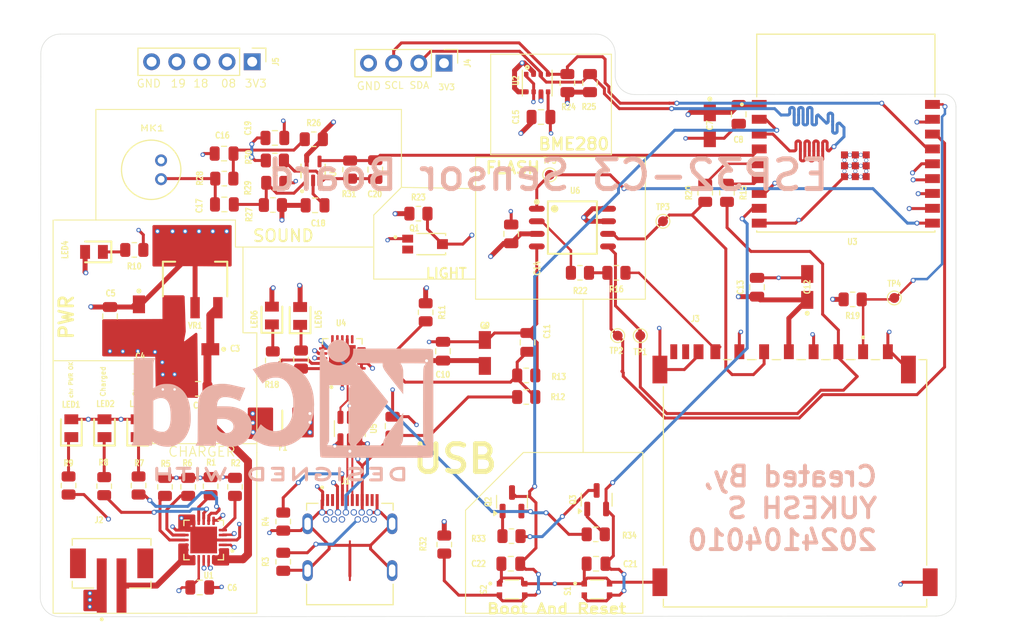
<source format=kicad_pcb>
(kicad_pcb (version 20241229) (generator "pcbnew") (generator_version "9.0")
  (title_block (title "ESP32-C3 Sensor Board") (date "2025-12-21") (company "YUKESH S 2024104010"))
  (layers (0 "F.Cu" signal) (4 "In1.Cu" signal) (6 "In2.Cu" signal) (2 "B.Cu" signal) (13 "F.Paste" user) (15 "B.Paste" user) (5 "F.SilkS" user "F.Silkscreen") (7 "B.SilkS" user "B.Silkscreen") (1 "F.Mask" user) (3 "B.Mask" user) (25 "Edge.Cuts" user))
  (net 0 "")
  (net 1 "GND")
  (net 2 "/VBUS")
  (net 3 "+5V")
  (net 4 "+3.3V")
  (net 5 "/+5V_USB")
  (net 6 "Net-(U4-VBUS)")
  (net 7 "Net-(C16-Pad2)")
  (net 8 "Net-(U7-GND)")
  (net 9 "/ESP32-C3-02/MIC_OUT")
  (net 10 "/ESP32-C3-02/BOOT")
  (net 11 "/ESP32-C3-02/EN")
  (net 12 "/ESP32-C3-02/SDA")
  (net 13 "/ESP32-C3-02/SCL")
  (net 14 "/ESP32-C3-02/GPIO19")
  (net 15 "/ESP32-C3-02/GPIO18")
  (net 16 "/ESP32-C3-02/GPIO8")
  (net 17 "Net-(LED1-K)")
  (net 18 "Net-(LED2-K)")
  (net 19 "Net-(LED3-K)")
  (net 20 "/PWD_LED")
  (net 21 "Net-(LED5-K)")
  (net 22 "Net-(LED6-K)")
  (net 23 "Net-(Q2-B)")
  (net 24 "/ESP32-C3-02/RTS")
  (net 25 "Net-(Q3-B)")
  (net 26 "/ESP32-C3-02/DTR")
  (net 27 "Net-(U1-~{TE})")
  (net 28 "Net-(U1-THERM)")
  (net 29 "Net-(J1-CC2)")
  (net 30 "Net-(J1-CC1)")
  (net 31 "Net-(U1-PROG1)")
  (net 32 "Net-(U1-PROG3)")
  (net 33 "/CHARGING_POWER_GOOD")
  (net 34 "/CHARGED")
  (net 35 "/CHARGING")
  (net 36 "Net-(U4-~{RST})")
  (net 37 "Net-(U4-~{TXT}{slash}GPIO.2)")
  (net 38 "/ESP32-C3-02/MOSI_DI")
  (net 39 "Net-(U3-IO7)")
  (net 40 "Net-(J3-DAT0)")
  (net 41 "/ESP32-C3-02/MISO_DO")
  (net 42 "Net-(U4-~{RXT}{slash}GPIO.3)")
  (net 43 "/ESP32-C3-02/CS_SD")
  (net 44 "/ESP32-C3-02/SCLK")
  (net 45 "Net-(U3-IO6)")
  (net 46 "Net-(U6-DO(IO1))")
  (net 47 "/ESP32-C3-02/PHOTO_C")
  (net 48 "Net-(U7-IN+)")
  (net 49 "/ESP32-C3-02/CS")
  (net 50 "/USB_DP")
  (net 51 "/USB_DN")
  (net 52 "/ESP32-C3-02/USB_D+")
  (net 53 "/ESP32-C3-02/USB_D-")
  (net 64 "/VBAT")
  (net 67 "/ESP32-C3-02/RX_TX")
  (net 68 "/ESP32-C3-02/TX_RX")
  (net 76 "Net-(C19-Pad2)")
  (net 77 "Net-(U7-IN-)")
  (net 78 "Net-(C17-Pad2)")
  (footprint "Resistor_SMD:R_0805_2012Metric" (layer "F.Cu") (at 164.973 95.123 -90)
    (property "Reference" "R3")
    (property "Value" "5k1")
  )
  (footprint "Resistor_SMD:R_0805_2012Metric" (layer "F.Cu") (at 196.54 92.35)
    (property "Reference" "R34")
    (property "Value" "10k")
  )
  (footprint "Esp-32_sensor_Board004_Footprints:T491A" (layer "F.Cu") (at 150.4 70.41 -90)
    (property "Reference" "C4")
    (property "Value" "10u" (hide yes))
  )
  (footprint "Resistor_SMD:R_0805_2012Metric" (layer "F.Cu") (at 193.675 46.736 90)
    (property "Reference" "R24")
    (property "Value" "4k7")
  )
  (footprint "MountingHole:MountingHole_2.1mm" (layer "F.Cu") (at 198.02 77.67)
    (property "Reference" "REF**" (hide yes))
    (property "Value" "MountingHole_2.1mm")
  )
  (footprint "Resistor_SMD:R_0805_2012Metric" (layer "F.Cu") (at 198.628 65.913 180)
    (property "Reference" "R16")
    (property "Value" "50")
  )
  (footprint "Package_TO_SOT_SMD:SOT-23" (layer "F.Cu") (at 188.08 89.06 90)
    (property "Reference" "Q2")
    (property "Value" "BC817")
  )
  (footprint "TestPoint:TestPoint_Pad_D1.0mm" (layer "F.Cu") (at 203.327 60.706)
    (property "Reference" "TP3")
    (property "Value" "Test SCLK")
  )
  (footprint "TestPoint:TestPoint_Pad_D1.0mm" (layer "F.Cu") (at 191.897 56.007)
    (property "Reference" "TP5")
    (property "Value" "Test CS")
  )
  (footprint "Resistor_SMD:R_0805_2012Metric" (layer "F.Cu") (at 164.17 56.81 180)
    (property "Reference" "R29")
    (property "Value" "1M")
  )
  (footprint "Esp-32_sensor_Board004_Footprints:SOIC127P790X216-8N" (layer "F.Cu") (at 194.183 61.341)
    (property "Reference" "U6")
    (property "Value" "W25Q32JVSSIQ")
  )
  (footprint "TestPoint:TestPoint_Pad_D1.0mm" (layer "F.Cu") (at 201.041 72.263)
    (property "Reference" "TP1")
    (property "Value" "Test MOSI")
  )
  (footprint "Resistor_SMD:R_0805_2012Metric" (layer "F.Cu") (at 166.77 74.681 90)
    (property "Reference" "R14")
    (property "Value" "470")
  )
  (footprint "TestPoint:TestPoint_Pad_D1.0mm" (layer "F.Cu") (at 226.695 68.453)
    (property "Reference" "TP4")
    (property "Value" "Test CS-SD")
  )
  (footprint "Esp-32_sensor_Board004_Footprints:LEDC2012X120N" (layer "F.Cu") (at 146.92 81.62 90)
    (property "Reference" "LED2")
    (property "Value" "LTST-C170GKT" (hide yes))
  )
  (footprint "Resistor_SMD:R_0805_2012Metric" (layer "F.Cu") (at 189.52 78.465)
    (property "Reference" "R12")
    (property "Value" "22k1")
  )
  (footprint "Esp-32_sensor_Board004_Footprints:LEDC2012X120N" (layer "F.Cu") (at 143.57 81.62 90)
    (property "Reference" "LED1")
    (property "Value" "LTST-C170KRKT" (hide yes))
  )
  (footprint "Resistor_SMD:R_0805_2012Metric" (layer "F.Cu") (at 178.63 59.93)
    (property "Reference" "R23")
    (property "Value" "10k")
  )
  (footprint "Esp-32_sensor_Board004_Footprints:T491A" (layer "F.Cu") (at 208.06 51.0005 -90)
    (property "Reference" "C7")
    (property "Value" "10u" (hide yes))
  )
  (footprint "Esp-32_sensor_Board004_Footprints:T491A" (layer "F.Cu") (at 217.9 67.3405 90)
    (property "Reference" "C12")
    (property "Value" "10u" (hide yes))
  )
  (footprint "Capacitor_SMD:C_0805_2012Metric" (layer "F.Cu") (at 212.83 67.3705 90)
    (property "Reference" "C13")
    (property "Value" "0.1u")
  )
  (footprint "Esp-32_sensor_Board004_Footprints:LEDC2012X120N" (layer "F.Cu") (at 163.83 70.231 90)
    (property "Reference" "LED6")
    (property "Value" "LTST-C170KRKT" (hide yes))
  )
  (footprint "Capacitor_SMD:C_0805_2012Metric" (layer "F.Cu") (at 174.27 55.48 90)
    (property "Reference" "C20")
    (property "Value" "0.1u")
  )
  (footprint "Esp-32_sensor_Board004_Footprints:SOT65P210X110-5N" (layer "F.Cu") (at 167.99 55.62 90)
    (property "Reference" "U7")
    (property "Value" "MAX4466EXK")
  )
  (footprint "Esp-32_sensor_Board004_Footprints:LEDC2012X120N" (layer "F.Cu") (at 150.27 81.62 90)
    (property "Reference" "LED3")
    (property "Value" "LTST-C170TBKT" (hide yes))
  )
  (footprint "Resistor_SMD:R_0805_2012Metric" (layer "F.Cu") (at 160.1 87.55 90)
    (property "Reference" "R2")
    (property "Value" "10k")
  )
  (footprint "Capacitor_SMD:C_0805_2012Metric" (layer "F.Cu") (at 156.54 97.72)
    (property "Reference" "C6")
    (property "Value" "1u")
  )
  (footprint "Resistor_SMD:R_0805_2012Metric" (layer "F.Cu") (at 149.93 63.6 180)
    (property "Reference" "R10")
    (property "Value" "470")
  )
  (footprint "Esp-32_sensor_Board004_Footprints:LEDC2012X120N" (layer "F.Cu") (at 145.86 63.8 180)
    (property "Reference" "LED4")
    (property "Value" "LTST-C170KRKT" (hide yes))
  )
  (footprint "Esp-32_sensor_Board004_Footprints:QFN50P400X400X100-21N" (layer "F.Cu") (at 170.942 74.568 90)
    (property "Reference" "U4")
    (property "Value" "CP2102N-Axx-xQFN20")
  )
  (footprint "Resistor_SMD:R_0805_2012Metric" (layer "F.Cu") (at 164.973 91.059 -90)
    (property "Reference" "R4")
    (property "Value" "5k1")
  )
  (footprint "Resistor_SMD:R_0805_2012Metric" (layer "F.Cu") (at 181.24 93.38 -90)
    (property "Reference" "R32")
    (property "Value" "10k")
  )
  (footprint "Package_TO_SOT_SMD:SOT-23-6" (layer "F.Cu") (at 171.704 81.661 -90)
    (property "Reference" "U5")
    (property "Value" "USBLC6-2SC6")
  )
  (footprint "Resistor_SMD:R_0805_2012Metric" (layer "F.Cu") (at 209.7955 57.8265 -90)
    (property "Reference" "R15")
    (property "Value" "50")
  )
  (footprint "Capacitor_SMD:C_0805_2012Metric" (layer "F.Cu") (at 189.65 72.945 90)
    (property "Reference" "C11")
    (property "Value" "1u")
  )
  (footprint "Capacitor_SMD:C_0805_2012Metric" (layer "F.Cu") (at 156.37 77.64 180)
    (property "Reference" "C2")
    (property "Value" "0.1u")
  )
  (footprint "Resistor_SMD:R_0805_2012Metric" (layer "F.Cu") (at 189.52 76.285)
    (property "Reference" "R13")
    (property "Value" "47k5")
  )
  (footprint "Esp-32_sensor_Board004_Footprints:LEDC2012X120N" (layer "F.Cu") (at 166.68 70.271 90)
    (property "Reference" "LED5")
    (property "Value" "LTST-C170GKT" (hide yes))
  )
  (footprint "TestPoint:TestPoint_Pad_D1.0mm" (layer "F.Cu") (at 198.755 72.263)
    (property "Reference" "TP2")
    (property "Value" "Test MISO")
  )
  (footprint "Resistor_SMD:R_0805_2012Metric" (layer "F.Cu") (at 163.93 59.06)
    (property "Reference" "R27")
    (property "Value" "1M")
  )
  (footprint "Esp-32_sensor_Board004_Footprints:JST_B2B-PH-SM4-TB" (layer "F.Cu") (at 147.64 95.28)
    (property "Reference" "J2")
    (property "Value" "B2B-PH-SM4-TB")
  )
  (footprint "Resistor_SMD:R_0805_2012Metric" (layer "F.Cu") (at 171.73 55.48 90)
    (property "Reference" "R31")
    (property "Value" "100k")
  )
  (footprint "MountingHole:MountingHole_2.1mm" (layer "F.Cu") (at 144.42 46.32)
    (property "Reference" "REF**" (hide yes))
    (property "Value" "MountingHole_2.1mm")
  )
  (footprint "Esp-32_sensor_Board004_Footprints:CUI_CMC-5042PF-AC" (layer "F.Cu") (at 151.638 55.499)
    (property "Reference" "MK1")
    (property "Value" "CMC-5042PF-AC")
  )
  (footprint "Resistor_SMD:R_0805_2012Metric" (layer "F.Cu") (at 159.02 56.39)
    (property "Reference" "R28")
    (property "Value" "2k")
  )
  (footprint "Esp-32_sensor_Board004_Footprints:SW_USLPT2819DT2TR" (layer "F.Cu") (at 196.6575 97.92)
    (property "Reference" "S1")
    (property "Value" "Boot")
  )
  (footprint "Resistor_SMD:R_0805_2012Metric" (layer "F.Cu") (at 207.5955 57.8265 90)
    (property "Reference" "R20")
    (property "Value" "50")
  )
  (footprint "Resistor_SMD:R_0805_2012Metric" (layer "F.Cu") (at 222.49 68.6005 180)
    (property "Reference" "R19")
    (property "Value" "10k")
  )
  (footprint "Esp-32_sensor_Board004_Footprints:T491A" (layer "F.Cu") (at 156.3 73.64 180)
    (property "Reference" "C3")
    (property "Value" "10u" (hide yes))
  )
  (footprint "Esp-32_sensor_Board004_Footprints:SW_USLPT2819DT2TR" (layer "F.Cu") (at 188.09 97.92)
    (property "Reference" "S2")
    (property "Value" "Reset")
  )
  (footprint "Resistor_SMD:R_0805_2012Metric" (layer "F.Cu") (at 146.89 87.48 90)
    (property "Reference" "R8")
    (property "Value" "470")
  )
  (footprint "Resistor_SMD:R_0805_2012Metric" (layer "F.Cu") (at 143.29 87.41 90)
    (property "Reference" "R9")
    (property "Value" "470")
  )
  (footprint "Esp-32_sensor_Board004_Footprints:TRANS_TEMT6000X01" (layer "F.Cu") (at 179.3 63.01)
    (property "Reference" "Q1")
    (property "Value" "TEMT6000X01")
  )
  (footprint "Resistor_SMD:R_0805_2012Metric" (layer "F.Cu") (at 164.13 54.56)
    (property "Reference" "R30")
    (property "Value" "10k")
  )
  (footprint "Capacitor_SMD:C_0805_2012Metric" (layer "F.Cu") (at 147.48 70.32 -90)
    (property "Reference" "C5")
    (property "Value" "0.1u")
  )
  (footprint "Capacitor_SMD:C_0805_2012Metric" (layer "F.Cu") (at 159 53.86)
    (property "Reference" "C16")
    (property "Value" "0.1u")
  )
  (footprint "Resistor_SMD:R_0805_2012Metric" (layer "F.Cu") (at 188.03 92.53 180)
    (property "Reference" "R33")
    (property "Value" "10k")
  )
  (footprint "Capacitor_SMD:C_0805_2012Metric" (layer "F.Cu") (at 164.13 52.28 180)
    (property "Reference" "C19")
    (property "Value" "1u")
  )
  (footprint "Connector_PinHeader_2.54mm:PinHeader_1x04_P2.54mm_Vertical" (layer "F.Cu") (at 181.21 44.72 -90)
    (property "Reference" "J4")
    (property "Value" "Conn_01x04_Pin")
  )
  (footprint "Capacitor_SMD:C_0805_2012Metric" (layer "F.Cu") (at 210.98 49.8905 -90)
    (property "Reference" "C8")
    (property "Value" "0.1u")
  )
  (footprint "Resistor_SMD:R_0805_2012Metric" (layer "F.Cu") (at 195.961 46.736 90)
    (property "Reference" "R25")
    (property "Value" "4k7")
  )
  (footprint "Resistor_SMD:R_0805_2012Metric" (layer "F.Cu") (at 168.06 52.41)
    (property "Reference" "R26")
    (property "Value" "2k")
  )
  (footprint "Esp-32_sensor_Board004_Footprints:QFN50P400X400X100-21N" (layer "F.Cu") (at 156.94 92.92 180)
    (property "Reference" "U1")
    (property "Value" "MCP73871")
  )
  (footprint "Resistor_SMD:R_0805_2012Metric" (layer "F.Cu") (at 163.92 74.771 90)
    (property "Reference" "R18")
    (property "Value" "470")
  )
  (footprint "Esp-32_sensor_Board004_Footprints:T491A" (layer "F.Cu") (at 185.34 74.015 -90)
    (property "Reference" "C9")
    (property "Value" "4.7u" (hide yes))
  )
  (footprint "Resistor_SMD:R_0805_2012Metric" (layer "F.Cu") (at 179.36 69.905 -90)
    (property "Reference" "R11")
    (property "Value" "R")
  )
  (footprint "Resistor_SMD:R_0805_2012Metric" (layer "F.Cu") (at 153.03 87.55 90)
    (property "Reference" "R5")
    (property "Value" "2k")
  )
  (footprint "Capacitor_SMD:C_0805_2012Metric" (layer "F.Cu") (at 181.11 73.835 -90)
    (property "Reference" "C10")
    (property "Value" "0.1u")
  )
  (footprint "Esp-32_sensor_Board004_Footprints:FUSC3226X100N" (layer "F.Cu") (at 164.877 81.026 180)
    (property "Reference" "F1")
    (property "Value" "0ZCH0110AF2E" (hide yes))
  )
  (footprint "Resistor_SMD:R_0805_2012Metric" (layer "F.Cu") (at 157.64 87.48 90)
    (property "Reference" "R1")
    (property "Value" "10k")
  )
  (footprint "Esp-32_sensor_Board004_Footprints:PSON65P250X250X100-8N" (layer "F.Cu") (at 190.627 46.736 90)
    (property "Reference" "U2")
    (property "Value" "BME280")
  )
  (footprint "Capacitor_SMD:C_0805_2012Metric" (layer "F.Cu") (at 187.96 95.32 180)
    (property "Reference" "C22")
    (property "Value" "1u")
  )
  (footprint "Connector_PinHeader_2.54mm:PinHeader_1x05_P2.54mm_Vertical" (layer "F.Cu") (at 161.84 44.58 -90)
    (property "Reference" "J5")
    (property "Value" "Conn_01x05_Pin")
  )
  (footprint "Capacitor_SMD:C_0805_2012Metric" (layer "F.Cu") (at 187.999 61.979 -90)
    (property "Reference" "C14")
    (property "Value" "0.1u")
  )
  (footprint "Capacitor_SMD:C_0805_2012Metric" (layer "F.Cu") (at 191.008 50.165)
    (property "Reference" "C15")
    (property "Value" "0.1u")
  )
  (footprint "Esp-32_sensor_Board004_Footprints:VREG_LM1117MPX-3.3" (layer "F.Cu") (at 156.07 66.54 90)
    (property "Reference" "VR1")
    (property "Value" "LM1117MPX-3.3")
  )
  (footprint "Capacitor_SMD:C_0805_2012Metric" (layer "F.Cu") (at 159.03 59 180)
    (property "Reference" "C17")
    (property "Value" "10n")
  )
  (footprint "Esp-32_sensor_Board004_Footprints:BELFUSE_SS-52400-002" (layer "F.Cu") (at 171.704 96.012)
    (property "Reference" "J1")
    (property "Value" "SS-52400-002")
  )
  (footprint "Esp-32_sensor_Board004_Footprints:MODULE_ESP32-C3-WROOM-02-H4" (layer "F.Cu") (at 221.8 51.7905)
    (property "Reference" "U3")
    (property "Value" "ESP32-C3-WROOM-02-H4")
  )
  (footprint "Resistor_SMD:R_0805_2012Metric" (layer "F.Cu") (at 155.37 87.55 90)
    (property "Reference" "R6")
    (property "Value" "20k")
  )
  (footprint "Esp-32_sensor_Board004_Footprints:AMPHENOL_GSD090012SEU" (layer "F.Cu") (at 216.67 87.19)
    (property "Reference" "J3")
    (property "Value" "GSD090012SEU")
  )
  (footprint "Capacitor_SMD:C_0805_2012Metric" (layer "F.Cu") (at 176.022 81.407 90)
    (property "Reference" "C1")
    (property "Value" "0.1u")
  )
  (footprint "Capacitor_SMD:C_0805_2012Metric" (layer "F.Cu") (at 196.57 95.32 180)
    (property "Reference" "C21")
    (property "Value" "0.1u")
  )
  (footprint "Resistor_SMD:R_0805_2012Metric" (layer "F.Cu") (at 150.36 87.41 90)
    (property "Reference" "R7")
    (property "Value" "470")
  )
  (footprint "Capacitor_SMD:C_0805_2012Metric" (layer "F.Cu") (at 168.19 59.09)
    (property "Reference" "C18")
    (property "Value" "0.1u")
  )
  (footprint "Package_TO_SOT_SMD:SOT-23" (layer "F.Cu") (at 196.63 88.85 90)
    (property "Reference" "Q3")
    (property "Value" "BC817")
  )
  (footprint "Resistor_SMD:R_0805_2012Metric" (layer "F.Cu") (at 194.945 65.913 180)
    (property "Reference" "R22")
    (property "Value" "50")
  )
  (footprint "Symbol:KiCad-Logo2_12mm_SilkScreen" (layer "B.Cu") (at 164.891893 78.605106 180)
    (property "Reference" "REF**" (hide yes))
    (property "Value" "KiCad-Logo2_12mm_SilkScreen" (hide yes))
  )
  (gr_line (start 160.909 71.981) (end 160.909 63.3095) (stroke (width 0.1)) (layer "F.SilkS"))
  (gr_line (start 185.928 43.815) (end 198.12 43.815) (stroke (width 0.1)) (layer "F.SilkS"))
  (gr_line (start 195.2625 84.074) (end 195.2625 68.58) (stroke (width 0.1)) (layer "F.SilkS"))
  (gr_line (start 162.306 100.33) (end 141.732 100.33) (stroke (width 0.1)) (layer "F.SilkS"))
  (gr_line (start 146.05 60.579) (end 141.859 60.579) (stroke (width 0.1)) (layer "F.SilkS"))
  (gr_line (start 185.928 53.975) (end 185.928 43.815) (stroke (width 0.1)) (layer "F.SilkS"))
  (gr_line (start 198.12 53.975) (end 185.928 53.975) (stroke (width 0.1)) (layer "F.SilkS"))
  (gr_line (start 162.306 83.185) (end 162.306 84.074) (stroke (width 0.1)) (layer "F.SilkS"))
  (gr_line (start 184.404 68.58) (end 201.549 68.58) (stroke (width 0.1)) (layer "F.SilkS"))
  (gr_line (start 176.911 57.277) (end 184.404 57.404) (stroke (width 0.1)) (layer "F.SilkS"))
  (gr_line (start 184.404 66.548) (end 174.117 66.548) (stroke (width 0.1)) (layer "F.SilkS"))
  (gr_line (start 141.732 60.579) (end 141.732 74.803) (stroke (width 0.1)) (layer "F.SilkS"))
  (gr_line (start 184.404 57.404) (end 184.404 66.548) (stroke (width 0.1)) (layer "F.SilkS"))
  (gr_line (start 201.549 54.229) (end 184.404 54.229) (stroke (width 0.1)) (layer "F.SilkS"))
  (gr_line (start 174.117 63.3095) (end 160.147 63.3095) (stroke (width 0.1)) (layer "F.SilkS"))
  (gr_line (start 151.765 83.185) (end 162.306 83.185) (stroke (width 0.1)) (layer "F.SilkS"))
  (gr_line (start 141.732 100.33) (end 141.732 74.803) (stroke (width 0.1)) (layer "F.SilkS"))
  (gr_line (start 198.12 43.815) (end 198.12 53.975) (stroke (width 0.1)) (layer "F.SilkS"))
  (gr_line (start 201.549 68.58) (end 201.549 54.229) (stroke (width 0.1)) (layer "F.SilkS"))
  (gr_line (start 201.295 84.074) (end 189.23 84.074) (stroke (width 0.1)) (layer "F.SilkS"))
  (gr_line (start 183.388 100.33) (end 201.295 100.33) (stroke (width 0.1)) (layer "F.SilkS"))
  (gr_line (start 151.765 74.803) (end 151.765 83.185) (stroke (width 0.1)) (layer "F.SilkS"))
  (gr_line (start 189.23 84.074) (end 183.388 89.916) (stroke (width 0.1)) (layer "F.SilkS"))
  (gr_line (start 176.911 49.403) (end 176.911 57.277) (stroke (width 0.1)) (layer "F.SilkS"))
  (gr_line (start 160.147 63.3095) (end 160.147 60.579) (stroke (width 0.1)) (layer "F.SilkS"))
  (gr_line (start 162.306 83.185) (end 162.306 71.981) (stroke (width 0.1)) (layer "F.SilkS"))
  (gr_line (start 183.388 89.916) (end 183.388 100.33) (stroke (width 0.1)) (layer "F.SilkS"))
  (gr_line (start 160.147 60.579) (end 146.05 60.579) (stroke (width 0.1)) (layer "F.SilkS"))
  (gr_line (start 184.404 54.229) (end 184.404 68.58) (stroke (width 0.1)) (layer "F.SilkS"))
  (gr_line (start 146.05 60.579) (end 146.05 49.403) (stroke (width 0.1)) (layer "F.SilkS"))
  (gr_line (start 146.05 49.403) (end 176.911 49.403) (stroke (width 0.1)) (layer "F.SilkS"))
  (gr_line (start 141.732 74.803) (end 151.765 74.803) (stroke (width 0.1)) (layer "F.SilkS"))
  (gr_line (start 201.295 100.33) (end 201.295 84.074) (stroke (width 0.1)) (layer "F.SilkS"))
  (gr_line (start 174.117 66.548) (end 174.117 60.071) (stroke (width 0.1)) (layer "F.SilkS"))
  (gr_line (start 162.306 84.074) (end 162.306 100.33) (stroke (width 0.1)) (layer "F.SilkS"))
  (gr_line (start 162.306 71.981) (end 160.909 71.981) (stroke (width 0.1)) (layer "F.SilkS"))
  (gr_line (start 174.117 60.071) (end 176.911 57.277) (stroke (width 0.1)) (layer "F.SilkS"))
  (gr_arc (start 231.656647 47.8605) (mid 232.554254 48.232703) (end 232.926 49.1305) (stroke (width 0.05)) (layer "Edge.Cuts"))
  (gr_line (start 198.501 43.760499) (end 198.501 46.11) (stroke (width 0.05)) (layer "Edge.Cuts"))
  (gr_arc (start 142.415633 100.680227) (mid 141.014894 100.100232) (end 140.434912 98.687662) (stroke (width 0.05)) (layer "Edge.Cuts"))
  (gr_arc (start 140.493116 43.757308) (mid 141.07305 42.35941) (end 142.47315 41.779501) (stroke (width 0.05)) (layer "Edge.Cuts"))
  (gr_line (start 140.493103 46.106809) (end 140.434912 98.687662) (stroke (width 0.05)) (layer "Edge.Cuts"))
  (gr_line (start 142.415633 100.680227) (end 230.920539 100.605999) (stroke (width 0.05)) (layer "Edge.Cuts"))
  (gr_arc (start 232.926 98.6) (mid 232.338647 100.018266) (end 230.920539 100.606) (stroke (width 0.05)) (layer "Edge.Cuts"))
  (gr_line (start 232.926 98.6) (end 232.926 49.1305) (stroke (width 0.05)) (layer "Edge.Cuts"))
  (gr_line (start 140.493116 43.7595) (end 140.493116 46.106809) (stroke (width 0.05)) (layer "Edge.Cuts"))
  (gr_line (start 196.05005 41.780499) (end 142.47315 41.779501) (stroke (width 0.05)) (layer "Edge.Cuts"))
  (gr_line (start 231.656 47.8605) (end 200.491 47.892123) (stroke (width 0.05)) (layer "Edge.Cuts"))
  (gr_line (start 196.05005 41.780499) (end 196.515031 41.780499) (stroke (width 0.05)) (layer "Edge.Cuts"))
  (gr_arc (start 200.48998 47.892123) (mid 199.155329 47.38147) (end 198.501 46.11) (stroke (width 0.05)) (layer "Edge.Cuts"))
  (gr_arc (start 196.52105 41.780499) (mid 197.921084 42.360428) (end 198.501013 43.760499) (stroke (width 0.05)) (layer "Edge.Cuts"))
  (gr_text "SDA" (at 177.673 47.371 0) (layer "F.SilkS") (effects (font (size 0.7 0.7) (thickness 0.1)) (justify left bottom)))
  (gr_text "FLASH" (at 185.293 56.007 0) (layer "F.SilkS") (effects (font (size 1.2 1.2) (thickness 0.24) (bold yes)) (justify left bottom)))
  (gr_text "08" (at 158.623 47.244 0) (layer "F.SilkS") (effects (font (size 0.8 0.8) (thickness 0.1)) (justify left bottom)))
  (gr_text "LIGHT" (at 179.2605 66.548 0) (layer "F.SilkS") (effects (font (size 1 1) (thickness 0.2) (bold yes)) (justify left bottom)))
  (gr_text "Charging" (at 150.368 78.486 90) (layer "F.SilkS") (effects (font (size 0.5 0.5) (thickness 0.1)) (justify left bottom)))
  (gr_text "BME280" (at 190.627 53.594 0) (layer "F.SilkS") (effects (font (size 1.2 1.2) (thickness 0.24) (bold yes)) (justify left bottom)))
  (gr_text "chr PWR OK" (at 143.764 78.613 90) (layer "F.SilkS") (effects (font (size 0.4 0.4) (thickness 0.1)) (justify left bottom)))
  (gr_text "3V3" (at 161.036 47.244 0) (layer "F.SilkS") (effects (font (size 0.8 0.8) (thickness 0.1)) (justify left bottom)))
  (gr_text "GND" (at 150.114 47.244 0) (layer "F.SilkS") (effects (font (size 0.8 0.8) (thickness 0.1)) (justify left bottom)))
  (gr_text "CHARGER" (at 153.289 84.582 0) (layer "F.SilkS") (effects (font (size 1 1) (thickness 0.1)) (justify left bottom)))
  (gr_text "USB" (at 177.8 86.36 0) (layer "F.SilkS") (effects (font (size 2.8 2.8) (thickness 0.5) (bold yes)) (justify left bottom)))
  (gr_text "Boot And Reset" (at 185.42 100.457 0) (layer "F.SilkS") (effects (font (size 1 1.2) (thickness 0.24) (bold yes)) (justify left bottom)))
  (gr_text "PWR" (at 143.891 72.771 90) (layer "F.SilkS") (effects (font (size 1.4 1.4) (thickness 0.28) (bold yes)) (justify left bottom)))
  (gr_text "GND" (at 172.339 47.498 0) (layer "F.SilkS") (effects (font (size 0.8 0.8) (thickness 0.1)) (justify left bottom)))
  (gr_text "SOUND" (at 161.798 62.865 0) (layer "F.SilkS") (effects (font (size 1.2 1.2) (thickness 0.2) (bold yes)) (justify left bottom)))
  (gr_text "18" (at 155.829 47.244 0) (layer "F.SilkS") (effects (font (size 0.8 0.8) (thickness 0.1)) (justify left bottom)))
  (gr_text "Charged" (at 147.066 78.486 90) (layer "F.SilkS") (effects (font (size 0.5 0.5) (thickness 0.1)) (justify left bottom)))
  (gr_text "SCL" (at 175.133 47.371 0) (layer "F.SilkS") (effects (font (size 0.7 0.7) (thickness 0.1)) (justify left bottom)))
  (gr_text "19" (at 153.543 47.244 0) (layer "F.SilkS") (effects (font (size 0.8 0.8) (thickness 0.1)) (justify left bottom)))
  (gr_text "3V3" (at 180.594 47.498 0) (layer "F.SilkS") (effects (font (size 0.6 0.6) (thickness 0.1)) (justify left bottom)))
  (gr_text "ESP32-C3 Sensor Board" (at 220.345 57.785 0) (layer "B.SilkS") (effects (font (size 3 3) (thickness 0.5) (bold yes)) (justify left bottom mirror)))
  (gr_text "Created By,\nYUKESH S \n2024104010" (at 225.171 94.107 0) (layer "B.SilkS") (effects (font (size 2 2) (thickness 0.4) (bold yes)) (justify left bottom mirror)))
  (segment (start 191.958 51.75) (end 192.024 51.816) (width 0.3) (layer "F.Cu") (net 1))
  (segment (start 165.08 52.28) (end 165.08 50.653) (width 0.3) (layer "F.Cu") (net 1))
  (segment (start 150.8425 63.6) (end 150.8425 62.0695) (width 0.3) (layer "F.Cu") (net 1))
  (segment (start 221.66 55.0905) (end 221.66 53.9905) (width 0.3) (layer "F.Cu") (net 1))
  (segment (start 179.718 72.885) (end 179.705 72.898) (width 0.3) (layer "F.Cu") (net 1))
  (segment (start 187.127454 96.769) (end 189.052546 96.769) (width 0.3) (layer "F.Cu") (net 1))
  (segment (start 217.51 66.4205) (end 217.9 66.0305) (width 0.3) (layer "F.Cu") (net 1))
  (segment (start 190.267 48.62) (end 190.246 48.641) (width 0.3) (layer "F.Cu") (net 1))
  (segment (start 156.94 92.92) (end 155.94 91.92) (width 0.3) (layer "F.Cu") (net 1))
  (segment (start 190.626 76.0915) (end 190.4325 76.285) (width 0.3) (layer "F.Cu") (net 1))
  (segment (start 177.545 62.46) (end 175.665 62.46) (width 0.3) (layer "F.Cu") (net 1))
  (segment (start 197.9325 97.081454) (end 197.620046 96.769) (width 0.3) (layer "F.Cu") (net 1))
  (segment (start 174.504 90.132) (end 173.704 90.132) (width 0.3) (layer "F.Cu") (net 1))
  (segment (start 221.66 56.1905) (end 222.76 56.1905) (width 0.3) (layer "F.Cu") (net 1))
  (segment (start 173.794 93.462) (end 173.794 93.832) (width 0.3) (layer "F.Cu") (net 1))
  (segment (start 174.454 90.082) (end 174.504 90.132) (width 0.3) (layer "F.Cu") (net 1))
  (segment (start 187.999 61.029) (end 187.999 59.729) (width 0.3) (layer "F.Cu") (net 1))
  (segment (start 171.701716 79.499716) (end 171.704 79.502) (width 0.3) (layer "F.Cu") (net 1))
  (segment (start 222.76 55.0905) (end 221.66 55.0905) (width 0.3) (layer "F.Cu") (net 1))
  (segment (start 176.022 80.457) (end 176.022 77.724) (width 0.3) (layer "F.Cu") (net 1))
  (segment (start 156.94 92.92) (end 158.875 92.92) (width 0.3) (layer "F.Cu") (net 1))
  (segment (start 158.693 97.72) (end 158.75 97.663) (width 0.3) (layer "F.Cu") (net 1))
  (segment (start 226.32 73.89) (end 228.12 75.69) (width 0.3) (layer "F.Cu") (net 1))
  (segment (start 168.954 88.055) (end 168.402 87.503) (width 0.3) (layer "F.Cu") (net 1))
  (segment (start 157.69 92.92) (end 157.734 92.964) (width 0.3) (layer "F.Cu") (net 1))
  (segment (start 167.4045 95.9825) (end 167.434 96.012) (width 0.3) (layer "F.Cu") (net 1))
  (segment (start 222.76 56.1905) (end 223.86 56.1905) (width 0.3) (layer "F.Cu") (net 1))
  (segment (start 169.704 90.132) (end 168.904 90.132) (width 0.3) (layer "F.Cu") (net 1))
  (segment (start 168.904 88.932) (end 168.954 88.882) (width 0.3) (layer "F.Cu") (net 1))
  (segment (start 174.824 90.132) (end 175.974 91.282) (width 0.3) (layer "F.Cu") (net 1))
  (segment (start 156.96 53.86) (end 156.845 53.975) (width 0.3) (layer "F.Cu") (net 1))
  (segment (start 195.3825 95.5575) (end 195.62 95.32) (width 0.3) (layer "F.Cu") (net 1))
  (segment (start 222.76 53.9905) (end 223.86 53.9905) (width 0.3) (layer "F.Cu") (net 1))
  (segment (start 165.026 95.9825) (end 167.4045 95.9825) (width 0.3) (layer "F.Cu") (net 1))
  (segment (start 223.86 56.1905) (end 223.86 55.0905) (width 0.3) (layer "F.Cu") (net 1))
  (segment (start 205.6265 52.3105) (end 205.613 52.324) (width 0.3) (layer "F.Cu") (net 1))
  (segment (start 186.815 97.081454) (end 187.127454 96.769) (width 0.3) (layer "F.Cu") (net 1))
  (segment (start 208.06 52.3105) (end 209.51 52.3105) (width 0.3) (layer "F.Cu") (net 1))
  (segment (start 155.37 86.6375) (end 156.591 86.6375) (width 0.3) (layer "F.Cu") (net 1))
  (segment (start 226.045 73.89) (end 226.045 72.024) (width 0.3) (layer "F.Cu") (net 1))
  (segment (start 175.974 91.282) (end 173.794 93.462) (width 0.3) (layer "F.Cu") (net 1))
  (segment (start 189.141 96.857454) (end 189.141 97.409) (width 0.3) (layer "F.Cu") (net 1))
  (segment (start 174.454 88.882) (end 174.454 90.082) (width 0.3) (layer "F.Cu") (net 1))
  (segment (start 154.178 86.6375) (end 155.37 86.6375) (width 0.3) (layer "F.Cu") (net 1))
  (segment (start 155.005 91.92) (end 154.15 91.92) (width 0.3) (layer "F.Cu") (net 1))
  (segment (start 190.267 46.800998) (end 189.517 46.050998) (width 0.3) (layer "F.Cu") (net 1))
  (segment (start 153.03 86.6375) (end 154.178 86.6375) (width 0.3) (layer "F.Cu") (net 1))
  (segment (start 189.65 71.995) (end 190.626 72.971) (width 0.3) (layer "F.Cu") (net 1))
  (segment (start 218.545 73.89) (end 218.545 72.241) (width 0.3) (layer "F.Cu") (net 1))
  (segment (start 158.05 53.86) (end 156.96 53.86) (width 0.3) (layer "F.Cu") (net 1))
  (segment (start 170.942 77.584) (end 170.929 77.597) (width 0.3) (layer "F.Cu") (net 1))
  (segment (start 226.045 72.024) (end 226.187 71.882) (width 0.3) (layer "F.Cu") (net 1))
  (segment (start 185.16 72.885) (end 185.34 72.705) (width 0.3) (layer "F.Cu") (net 1))
  (segment (start 186.815 97.34) (end 186.815 97.081454) (width 0.3) (layer "F.Cu") (net 1))
  (segment (start 189.365 97.34) (end 192.405 97.34) (width 0.3) (layer "F.Cu") (net 1))
  (segment (start 218.545 72.241) (end 218.44 72.136) (width 0.3) (layer "F.Cu") (net 1))
  (segment (start 157.49 97.72) (end 158.693 97.72) (width 0.3) (layer "F.Cu") (net 1))
  (segment (start 175.665 62.46) (end 175.514 62.611) (width 0.3) (layer "F.Cu") (net 1))
  (segment (start 197.9325 97.34) (end 197.9325 97.081454) (width 0.3) (layer "F.Cu") (net 1))
  (segment (start 170.942 76.503) (end 170.942 77.584) (width 0.3) (layer "F.Cu") (net 1))
  (segment (start 217.043 60.569) (end 217.2815 60.569) (width 0.3) (layer "F.Cu") (net 1))
  (segment (start 221.66 53.9905) (end 222.76 53.9905) (width 0.3) (layer "F.Cu") (net 1))
  (segment (start 171.442 74.068) (end 170.942 74.568) (width 0.3) (layer "F.Cu") (net 1))
  (segment (start 160.528 91.313) (end 160.571 91.356) (width 0.3) (layer "F.Cu") (net 1))
  (segment (start 185.608 72.705) (end 186.318 71.995) (width 0.3) (layer "F.Cu") (net 1))
  (segment (start 192.405 97.34) (end 195.3825 97.34) (width 0.3) (layer "F.Cu") (net 1))
  (segment (start 211.045 72.038) (end 211.201 71.882) (width 0.3) (layer "F.Cu") (net 1))
  (segment (start 154.15 91.92) (end 153.797 91.567) (width 0.3) (layer "F.Cu") (net 1))
  (segment (start 177.612 80.457) (end 178.435 81.28) (width 0.3) (layer "F.Cu") (net 1))
  (segment (start 186.318 71.995) (end 189.65 71.995) (width 0.3) (layer "F.Cu") (net 1))
  (segment (start 230.32 97.19) (end 227.549 97.19) (width 0.3) (layer "F.Cu") (net 1))
  (segment (start 160.571 92.643114) (end 160.294114 92.92) (width 0.3) (layer "F.Cu") (net 1))
  (segment (start 190.583 71.062) (end 189.65 71.995) (width 0.3) (layer "F.Cu") (net 1))
  (segment (start 164.973 96.0355) (end 165.026 95.9825) (width 0.3) (layer "F.Cu") (net 1))
  (segment (start 158.877 86.5675) (end 160.03 86.5675) (width 0.3) (layer "F.Cu") (net 1))
  (segment (start 191.958 50.165) (end 191.958 51.75) (width 0.3) (layer "F.Cu") (net 1))
  (segment (start 216.7215 60.8905) (end 213.05 60.8905) (width 0.3) (layer "F.Cu") (net 1))
  (segment (start 190.267 47.616) (end 190.267 46.800998) (width 0.3) (layer "F.Cu") (net 1))
  (segment (start 168.904 90.132) (end 168.904 88.932) (width 0.3) (layer "F.Cu") (net 1))
  (segment (start 166.075 56.81) (end 166.243 56.642) (width 0.3) (layer "F.Cu") (net 1))
  (segment (start 185.34 72.705) (end 185.608 72.705) (width 0.3) (layer "F.Cu") (net 1))
  (segment (start 174.504 90.132) (end 174.824 90.132) (width 0.3) (layer "F.Cu") (net 1))
  (segment (start 205.488 75.69) (end 203.02 75.69) (width 0.3) (layer "F.Cu") (net 1))
  (segment (start 165.08 50.653) (end 164.973 50.546) (width 0.3) (layer "F.Cu") (net 1))
  (segment (start 206.92 73.89) (end 206.92 74.258) (width 0.3) (layer "F.Cu") (net 1))
  (segment (start 170.942 76.503) (end 170.942 74.568) (width 0.3) (layer "F.Cu") (net 1))
  (segment (start 223.86 55.0905) (end 222.76 55.0905) (width 0.3) (layer "F.Cu") (net 1))
  (segment (start 165.0825 56.81) (end 166.075 56.81) (width 0.3) (layer "F.Cu") (net 1))
  (segment (start 226.045 73.89) (end 226.32 73.89) (width 0.3) (layer "F.Cu") (net 1))
  (segment (start 168.584 90.132) (end 167.434 91.282) (width 0.3) (layer "F.Cu") (net 1))
  (segment (start 189.296 97.409) (end 189.365 97.34) (width 0.3) (layer "F.Cu") (net 1))
  (segment (start 157.57 86.6375) (end 157.64 86.5675) (width 0.3) (layer "F.Cu") (net 1))
  (segment (start 157.64 86.5675) (end 158.877 86.5675) (width 0.3) (layer "F.Cu") (net 1))
  (segment (start 212.83 66.4205) (end 215.011 66.4205) (width 0.3) (layer "F.Cu") (net 1))
  (segment (start 206.92 74.258) (end 205.488 75.69) (width 0.3) (layer "F.Cu") (net 1))
  (segment (start 215.011 66.4205) (end 217.51 66.4205) (width 0.3) (layer "F.Cu") (net 1))
  (segment (start 190.583 63.246) (end 190.583 71.062) (width 0.3) (layer "F.Cu") (net 1))
  (segment (start 187.01 95.32) (end 187.01 97.145) (width 0.3) (layer "F.Cu") (net 1))
  (segment (start 169.614 93.832) (end 167.434 96.012) (width 0.3) (layer "F.Cu") (net 1))
  (segment (start 155.94 91.92) (end 155.94 90.985) (width 0.3) (layer "F.Cu") (net 1))
  (segment (start 195.3825 97.081454) (end 195.3825 97.34) (width 0.3) (layer "F.Cu") (net 1))
  (segment (start 171.701716 79.359852) (end 171.701716 79.499716) (width 0.3) (layer "F.Cu") (net 1))
  (segment (start 190.626 72.971) (end 190.626 76.0915) (width 0.3) (layer "F.Cu") (net 1))
  (segment (start 190.267 47.616) (end 190.267 48.62) (width 0.3) (layer "F.Cu") (net 1))
  (segment (start 171.704 93.462) (end 171.704 96.562) (width 0.3) (layer "F.Cu") (net 1))
  (segment (start 203.02 75.69) (end 203.02 71.575) (width 0.3) (layer "F.Cu") (net 1))
  (segment (start 211.045 73.89) (end 211.045 72.038) (width 0.3) (layer "F.Cu") (net 1))
  (segment (start 160.571 91.356) (end 160.571 92.643114) (width 0.3) (layer "F.Cu") (net 1))
  (segment (start 189.517 46.050998) (end 189.517 45.836) (width 0.3) (layer "F.Cu") (net 1))
  (segment (start 217.2815 60.569) (end 221.66 56.1905) (width 0.3) (layer "F.Cu") (net 1))
  (segment (start 171.704 93.462) (end 169.614 93.462) (width 0.3) (layer "F.Cu") (net 1))
  (segment (start 169.614 93.462) (end 167.434 91.282) (width 0.3) (layer "F.Cu") (net 1))
  (segment (start 166.7445 91.9715) (end 167.434 91.282) (width 0.3) (layer "F.Cu") (net 1))
  (segment (start 156.591 86.6375) (end 157.57 86.6375) (width 0.3) (layer "F.Cu") (net 1))
  (segment (start 195.694954 96.769) (end 195.3825 97.081454) (width 0.3) (layer "F.Cu") (net 1))
  (segment (start 203.02 71.575) (end 202.946 71.501) (width 0.3) (layer "F.Cu") (net 1))
  (segment (start 169.614 93.462) (end 169.614 93.832) (width 0.3) (layer "F.Cu") (net 1))
  (segment (start 197.620046 96.769) (end 195.694954 96.769) (width 0.3) (layer "F.Cu") (net 1))
  (segment (start 222.76 55.0905) (end 222.21 55.0905) (width 0.3) (layer "F.Cu") (net 1))
  (segment (start 150.8425 62.0695) (end 150.368 61.595) (width 0.3) (layer "F.Cu") (net 1))
  (segment (start 168.904 90.132) (end 168.584 90.132) (width 0.3) (layer "F.Cu") (net 1))
  (segment (start 176.022 80.457) (end 177.612 80.457) (width 0.3) (layer "F.Cu") (net 1))
  (segment (start 168.954 88.882) (end 168.954 88.055) (width 0.3) (layer "F.Cu") (net 1))
  (segment (start 155.94 91.92) (end 155.005 91.92) (width 0.3) (layer "F.Cu") (net 1))
  (segment (start 227.549 97.19) (end 227.33 97.409) (width 0.3) (layer "F.Cu") (net 1))
  (segment (start 208.06 52.3105) (end 205.6265 52.3105) (width 0.3) (layer "F.Cu") (net 1))
  (segment (start 171.704 79.502) (end 171.704 80.5235) (width 0.3) (layer "F.Cu") (net 1))
  (segment (start 195.3825 97.34) (end 195.3825 95.5575) (width 0.3) (layer "F.Cu") (net 1))
  (segment (start 173.794 93.462) (end 171.704 93.462) (width 0.3) (layer "F.Cu") (net 1))
  (segment (start 187.01 97.145) (end 186.815 97.34) (width 0.3) (layer "F.Cu") (net 1))
  (segment (start 164.973 91.9715) (end 166.7445 91.9715) (width 0.3) (layer "F.Cu") (net 1))
  (segment (start 191.727 49.934) (end 191.958 50.165) (width 0.3) (layer "F.Cu") (net 1))
  (segment (start 160.03 86.5675) (end 160.1 86.6375) (width 0.3) (layer "F.Cu") (net 1))
  (segment (start 181.11 72.885) (end 185.16 72.885) (width 0.3) (layer "F.Cu") (net 1))
  (segment (start 181.11 72.885) (end 179.718 72.885) (width 0.3) (layer "F.Cu") (net 1))
  (segment (start 189.141 97.409) (end 189.296 97.409) (width 0.3) (layer "F.Cu") (net 1))
  (segment (start 187.999 59.729) (end 187.96 59.69) (width 0.3) (layer "F.Cu") (net 1))
  (segment (start 217.043 60.569) (end 216.7215 60.8905) (width 0.3) (layer "F.Cu") (net 1))
  (segment (start 191.727 47.616) (end 191.727 49.934) (width 0.3) (layer "F.Cu") (net 1))
  (segment (start 198.0825 97.19) (end 197.9325 97.34) (width 0.3) (layer "F.Cu") (net 1))
  (segment (start 203.02 97.19) (end 198.0825 97.19) (width 0.3) (layer "F.Cu") (net 1))
  (segment (start 173.794 93.832) (end 175.974 96.012) (width 0.3) (layer "F.Cu") (net 1))
  (segment (start 189.052546 96.769) (end 189.141 96.857454) (width 0.3) (layer "F.Cu") (net 1))
  (segment (start 160.294114 92.92) (end 158.875 92.92) (width 0.3) (layer "F.Cu") (net 1))
  (segment (start 164.973 91.9715) (end 163.8065 91.9715) (width 0.3) (layer "F.Cu") (net 1))
  (segment (start 209.51 52.3105) (end 210.98 50.8405) (width 0.3) (layer "F.Cu") (net 1))
  (segment (start 163.8065 91.9715) (end 163.576 92.202) (width 0.3) (layer "F.Cu") (net 1))
  (segment (start 171.442 72.633) (end 171.442 74.068) (width 0.3) (layer "F.Cu") (net 1))
  (via (at 150.368 61.595) (size 0.45) (drill 0.25) (layers "F.Cu" "B.Cu") (net 1))
  (via (at 217.043 60.569) (size 0.45) (drill 0.25) (layers "F.Cu" "B.Cu") (net 1))
  (via (at 147.47 73.84) (size 0.45) (drill 0.25) (layers "F.Cu" "B.Cu") (net 1))
  (via (at 211.201 71.882) (size 0.45) (drill 0.25) (layers "F.Cu" "B.Cu") (net 1))
  (via (at 187.96 59.69) (size 0.45) (drill 0.25) (layers "F.Cu" "B.Cu") (net 1))
  (via (at 158.877 86.5675) (size 0.45) (drill 0.25) (layers "F.Cu" "B.Cu") (net 1))
  (via (at 148.77 73.86) (size 0.45) (drill 0.25) (layers "F.Cu" "B.Cu") (net 1))
  (via (at 192.405 97.34) (size 0.45) (drill 0.25) (layers "F.Cu" "B.Cu") (net 1))
  (via (at 168.402 87.503) (size 0.45) (drill 0.25) (layers "F.Cu" "B.Cu") (net 1))
  (via (at 226.187 71.882) (size 0.45) (drill 0.25) (layers "F.Cu" "B.Cu") (net 1))
  (via (at 218.44 72.136) (size 0.45) (drill 0.25) (layers "F.Cu" "B.Cu") (net 1))
  (via (at 164.973 50.546) (size 0.45) (drill 0.25) (layers "F.Cu" "B.Cu") (net 1))
  (via (at 145.45 98.31) (size 0.45) (drill 0.25) (layers "F.Cu" "B.Cu") (net 1))
  (via (at 205.613 52.324) (size 0.45) (drill 0.25) (layers "F.Cu" "B.Cu") (net 1))
  (via (at 152.81 76.2) (size 0.45) (drill 0.25) (layers "F.Cu" "B.Cu") (net 1))
  (via (at 192.024 51.816) (size 0.45) (drill 0.25) (layers "F.Cu" "B.Cu") (net 1))
  (via (at 154 77.7) (size 0.45) (drill 0.25) (layers "F.Cu" "B.Cu") (net 1))
  (via (at 166.243 56.642) (size 0.45) (drill 0.25) (layers "F.Cu" "B.Cu") (net 1))
  (via (at 156.845 53.975) (size 0.45) (drill 0.25) (layers "F.Cu" "B.Cu") (net 1))
  (via (at 154.7 90.71) (size 0.45) (drill 0.25) (layers "F.Cu" "B.Cu") (net 1))
  (via (at 145.44 99.67) (size 0.45) (drill 0.25) (layers "F.Cu" "B.Cu") (net 1))
  (via (at 152.76 74.96) (size 0.45) (drill 0.25) (layers "F.Cu" "B.Cu") (net 1))
  (via (at 156.591 86.6375) (size 0.45) (drill 0.25) (layers "F.Cu" "B.Cu") (net 1))
  (via (at 154.178 86.6375) (size 0.45) (drill 0.25) (layers "F.Cu" "B.Cu") (net 1))
  (via (at 202.946 71.501) (size 0.45) (drill 0.25) (layers "F.Cu" "B.Cu") (net 1))
  (via (at 171.701716 79.359852) (size 0.45) (drill 0.25) (layers "F.Cu" "B.Cu") (net 1))
  (via (at 176.022 77.724) (size 0.45) (drill 0.25) (layers "F.Cu" "B.Cu") (net 1))
  (via (at 227.33 97.409) (size 0.45) (drill 0.25) (layers "F.Cu" "B.Cu") (net 1))
  (via (at 150.29 73.84) (size 0.45) (drill 0.25) (layers "F.Cu" "B.Cu") (net 1))
  (via (at 170.929 77.597) (size 0.45) (drill 0.25) (layers "F.Cu" "B.Cu") (net 1))
  (via (at 145.45 98.97) (size 0.45) (drill 0.25) (layers "F.Cu" "B.Cu") (net 1))
  (via (at 215.011 66.4205) (size 0.45) (drill 0.25) (layers "F.Cu" "B.Cu") (net 1))
  (via (at 179.705 72.898) (size 0.45) (drill 0.25) (layers "F.Cu" "B.Cu") (net 1))
  (via (at 152.81 77.7) (size 0.45) (drill 0.25) (layers "F.Cu" "B.Cu") (net 1))
  (via (at 158.75 97.663) (size 0.45) (drill 0.25) (layers "F.Cu" "B.Cu") (net 1))
  (via (at 160.528 91.313) (size 0.45) (drill 0.25) (layers "F.Cu" "B.Cu") (net 1))
  (via (at 178.435 81.28) (size 0.45) (drill 0.25) (layers "F.Cu" "B.Cu") (net 1))
  (via (at 154 76.18) (size 0.45) (drill 0.25) (layers "F.Cu" "B.Cu") (net 1))
  (via (at 175.514 62.611) (size 0.45) (drill 0.25) (layers "F.Cu" "B.Cu") (net 1))
  (via (at 163.576 92.202) (size 0.45) (drill 0.25) (layers "F.Cu" "B.Cu") (net 1))
  (via (at 152.019 73.914) (size 0.45) (drill 0.25) (layers "F.Cu" "B.Cu") (net 1))
  (via (at 190.246 48.641) (size 0.45) (drill 0.25) (layers "F.Cu" "B.Cu") (net 1))
  (via (at 153.797 91.567) (size 0.45) (drill 0.25) (layers "F.Cu" "B.Cu") (net 1))
  (segment (start 183.663 78.465) (end 188.6075 78.465) (width 0.3) (layer "F.Cu") (net 2))
  (segment (start 176.022 82.357) (end 179.771 82.357) (width 0.3) (layer "F.Cu") (net 2))
  (segment (start 176.022 82.357) (end 172.954 85.425) (width 0.3) (layer "F.Cu") (net 2))
  (segment (start 170.454 87.523) (end 170.053 87.122) (width 0.3) (layer "F.Cu") (net 2))
  (segment (start 171.704 82.7985) (end 171.704 83.947) (width 0.3) (layer "F.Cu") (net 2))
  (segment (start 170.454 88.882) (end 170.454 87.523) (width 0.3) (layer "F.Cu") (net 2))
  (segment (start 172.509535 84.980535) (end 172.954 85.425) (width 0.3) (layer "F.Cu") (net 2))
  (segment (start 179.771 82.357) (end 183.663 78.465) (width 0.3) (layer "F.Cu") (net 2))
  (segment (start 172.904 90.132) (end 172.955 90.081) (width 0.3) (layer "F.Cu") (net 2))
  (segment (start 172.954 85.425) (end 172.954 88.882) (width 0.3) (layer "F.Cu") (net 2))
  (segment (start 172.509535 84.714535) (end 172.509535 84.980535) (width 0.3) (layer "F.Cu") (net 2))
  (segment (start 170.454 90.082) (end 170.504 90.132) (width 0.3) (layer "F.Cu") (net 2))
  (segment (start 170.454 88.882) (end 170.454 90.082) (width 0.3) (layer "F.Cu") (net 2))
  (segment (start 172.955 90.081) (end 172.955 88.882) (width 0.3) (layer "F.Cu") (net 2))
  (via (at 167.671 80.137) (size 0.5) (drill 0.3) (layers "F.Cu" "B.Cu") (net 2))
  (via (at 171.704 83.947) (size 0.5) (drill 0.3) (layers "F.Cu" "B.Cu") (net 2))
  (via (at 172.509535 84.714535) (size 0.5) (drill 0.3) (layers "F.Cu" "B.Cu") (net 2))
  (via (at 167.671 82.042) (size 0.5) (drill 0.3) (layers "F.Cu" "B.Cu") (net 2))
  (via (at 170.053 87.122) (size 0.5) (drill 0.3) (layers "F.Cu" "B.Cu") (net 2))
  (via (at 167.671 81.026) (size 0.5) (drill 0.3) (layers "F.Cu" "B.Cu") (net 2))
  (segment (start 171.704 83.947) (end 171.742 83.947) (width 0.3) (layer "B.Cu") (net 2))
  (segment (start 171.742 83.947) (end 172.509535 84.714535) (width 0.3) (layer "B.Cu") (net 2))
  (segment (start 161.417 94.361) (end 161.417 84.963) (width 0.8) (layer "F.Cu") (net 3))
  (segment (start 157.32 78.872) (end 157.32 77.64) (width 0.8) (layer "F.Cu") (net 3))
  (segment (start 157.32 77.64) (end 157.32 73.93) (width 0.8) (layer "F.Cu") (net 3))
  (segment (start 157.226 78.966) (end 157.32 78.872) (width 0.8) (layer "F.Cu") (net 3))
  (segment (start 158.75 94.869) (end 160.909 94.869) (width 0.8) (layer "F.Cu") (net 3))
  (segment (start 160.909 94.869) (end 161.417 94.361) (width 0.8) (layer "F.Cu") (net 3))
  (segment (start 157.61 70.2) (end 158.37 69.44) (width 0.8) (layer "F.Cu") (net 3))
  (segment (start 157.226 80.772) (end 157.226 78.966) (width 0.8) (layer "F.Cu") (net 3))
  (segment (start 157.32 73.93) (end 157.61 73.64) (width 0.8) (layer "F.Cu") (net 3))
  (segment (start 157.61 73.64) (end 157.61 70.2) (width 0.8) (layer "F.Cu") (net 3))
  (segment (start 161.417 84.963) (end 157.226 80.772) (width 0.8) (layer "F.Cu") (net 3))
  (segment (start 216.045 70.5055) (end 217.9 68.6505) (width 0.5) (layer "F.Cu") (net 4))
  (segment (start 168.9725 51.7535) (end 170.053 50.673) (width 0.5) (layer "F.Cu") (net 4))
  (segment (start 147.48 69.37) (end 145.57 69.37) (width 0.5) (layer "F.Cu") (net 4))
  (segment (start 188.952 61.976) (end 190.583 61.976) (width 0.5) (layer "F.Cu") (net 4))
  (segment (start 149.999 69.1) (end 149.729 69.37) (width 0.5) (layer "F.Cu") (net 4))
  (segment (start 168.9725 52.41) (end 168.9725 51.7535) (width 0.5) (layer "F.Cu") (net 4))
  (segment (start 164.8425 59.06) (end 164.8425 60.5755) (width 0.5) (layer "F.Cu") (net 4))
  (segment (start 179.36 68.9925) (end 179.36 67.528) (width 0.5) (layer "F.Cu") (net 4))
  (segment (start 181.24 92.4675) (end 181.24 91.07) (width 0.5) (layer "F.Cu") (net 4))
  (segment (start 163.83 67.564) (end 163.957 67.437) (width 0.5) (layer "F.Cu") (net 4))
  (segment (start 189.527 47.616) (end 188.713 47.616) (width 0.5) (layer "F.Cu") (net 4))
  (segment (start 187.999 62.929) (end 188.952 61.976) (width 0.5) (layer "F.Cu") (net 4))
  (segment (start 149.729 69.37) (end 147.48 69.37) (width 0.5) (layer "F.Cu") (net 4))
  (segment (start 167.24 59.09) (end 164.8725 59.09) (width 0.5) (layer "F.Cu") (net 4))
  (segment (start 213 48.9405) (end 213.05 48.8905) (width 0.5) (layer "F.Cu") (net 4))
  (segment (start 176.29 59.93) (end 176.276 59.944) (width 0.5) (layer "F.Cu") (net 4))
  (segment (start 156.07 63.64) (end 156.07 62.116) (width 0.5) (layer "F.Cu") (net 4))
  (segment (start 150.61 69.1) (end 156.07 63.64) (width 0.5) (layer "F.Cu") (net 4))
  (segment (start 197.783 59.436) (end 196.215 59.436) (width 0.5) (layer "F.Cu") (net 4))
  (segment (start 184.8 74.785) (end 185.34 75.325) (width 0.5) (layer "F.Cu") (net 4))
  (segment (start 188.713 47.616) (end 188.341 47.244) (width 0.5) (layer "F.Cu") (net 4))
  (segment (start 190.058 50.734) (end 188.976 51.816) (width 0.5) (layer "F.Cu") (net 4))
  (segment (start 220.4925 68.6005) (end 220.472 68.58) (width 0.5) (layer "F.Cu") (net 4))
  (segment (start 216.045 73.89) (end 216.045 70.5055) (width 0.5) (layer "F.Cu") (net 4))
  (segment (start 156.07 63.64) (end 156.07 69.44) (width 0.5) (layer "F.Cu") (net 4))
  (segment (start 144.96 63.8) (end 144.96 65.839) (width 0.5) (layer "F.Cu") (net 4))
  (segment (start 187.261 62.929) (end 187.999 62.929) (width 0.5) (layer "F.Cu") (net 4))
  (segment (start 190.257 45.641002) (end 189.319998 44.704) (width 0.5) (layer "F.Cu") (net 4))
  (segment (start 145.57 69.37) (end 145.542 69.342) (width 0.5) (layer "F.Cu") (net 4))
  (segment (start 208.06 49.6905) (end 210.23 49.6905) (width 0.5) (layer "F.Cu") (net 4))
  (segment (start 173.99 75.565) (end 173.493 75.068) (width 0.3) (layer "F.Cu") (net 4))
  (segment (start 177.7175 59.93) (end 176.29 59.93) (width 0.5) (layer "F.Cu") (net 4))
  (segment (start 217.9 68.6505) (end 213.16 68.6505) (width 0.5) (layer "F.Cu") (net 4))
  (segment (start 164.8725 59.09) (end 164.8425 59.06) (width 0.5) (layer "F.Cu") (net 4))
  (segment (start 166.68 67.239) (end 166.624 67.183) (width 0.5) (layer "F.Cu") (net 4))
  (segment (start 210.98 48.9405) (end 213 48.9405) (width 0.5) (layer "F.Cu") (net 4))
  (segment (start 196.215 59.436) (end 195.326 60.325) (width 0.5) (layer "F.Cu") (net 4))
  (segment (start 185.928 64.262) (end 187.261 62.929) (width 0.5) (layer "F.Cu") (net 4))
  (segment (start 190.257 45.856) (end 190.257 45.641002) (width 0.5) (layer "F.Cu") (net 4))
  (segment (start 181.11 74.785) (end 184.8 74.785) (width 0.5) (layer "F.Cu") (net 4))
  (segment (start 167.34 54.0425) (end 168.9725 52.41) (width 0.5) (layer "F.Cu") (net 4))
  (segment (start 191.007 48.513) (end 191.008 48.514) (width 0.5) (layer "F.Cu") (net 4))
  (segment (start 210.9525 68.3205) (end 210.947 68.326) (width 0.5) (layer "F.Cu") (net 4))
  (segment (start 213.16 68.6505) (end 212.83 68.3205) (width 0.5) (layer "F.Cu") (net 4))
  (segment (start 221.5775 68.6005) (end 220.4925 68.6005) (width 0.5) (layer "F.Cu") (net 4))
  (segment (start 197.783 60.706) (end 195.707 60.706) (width 0.5) (layer "F.Cu") (net 4))
  (segment (start 195.707 60.706) (end 195.326 60.325) (width 0.5) (layer "F.Cu") (net 4))
  (segment (start 181.24 91.07) (end 181.229 91.059) (width 0.5) (layer "F.Cu") (net 4))
  (segment (start 163.83 69.331) (end 163.83 67.564) (width 0.5) (layer "F.Cu") (net 4))
  (segment (start 181.11 74.785) (end 179.469 74.785) (width 0.5) (layer "F.Cu") (net 4))
  (segment (start 208.06 49.6905) (end 206.0945 49.6905) (width 0.5) (layer "F.Cu") (net 4))
  (segment (start 193.675 47.6485) (end 195.961 47.6485) (width 0.5) (layer "F.Cu") (net 4))
  (segment (start 190.058 50.165) (end 190.058 50.734) (width 0.5) (layer "F.Cu") (net 4))
  (segment (start 156.07 62.116) (end 156.464 61.722) (width 0.5) (layer "F.Cu") (net 4))
  (segment (start 172.877 75.568) (end 172.877 75.068) (width 0.3) (layer "F.Cu") (net 4))
  (segment (start 166.68 69.371) (end 166.68 67.239) (width 0.5) (layer "F.Cu") (net 4))
  (segment (start 188.341 47.244) (end 188.341 45.466) (width 0.5) (layer "F.Cu") (net 4))
  (segment (start 179.36 67.528) (end 179.451 67.437) (width 0.5) (layer "F.Cu") (net 4))
  (segment (start 144.96 65.839) (end 145.034 65.913) (width 0.5) (layer "F.Cu") (net 4))
  (segment (start 173.493 75.068) (end 172.877 75.068) (width 0.3) (layer "F.Cu") (net 4))
  (segment (start 206.0945 49.6905) (end 205.867 49.918) (width 0.5) (layer "F.Cu") (net 4))
  (segment (start 189.319998 44.704) (end 189.103 44.704) (width 0.5) (layer "F.Cu") (net 4))
  (segment (start 191.007 47.626) (end 191.007 48.513) (width 0.5) (layer "F.Cu") (net 4))
  (segment (start 212.83 68.3205) (end 210.9525 68.3205) (width 0.5) (layer "F.Cu") (net 4))
  (segment (start 188.341 45.466) (end 189.103 44.704) (width 0.5) (layer "F.Cu") (net 4))
  (segment (start 164.8425 60.5755) (end 164.846 60.579) (width 0.5) (layer "F.Cu") (net 4))
  (segment (start 210.23 49.6905) (end 210.98 48.9405) (width 0.5) (layer "F.Cu") (net 4))
  (segment (start 167.34 54.66) (end 167.34 54.0425) (width 0.5) (layer "F.Cu") (net 4))
  (segment (start 193.675 47.6485) (end 193.675 48.768) (width 0.5) (layer "F.Cu") (net 4))
  (segment (start 150.4 69.1) (end 149.999 69.1) (width 0.5) (layer "F.Cu") (net 4))
  (segment (start 150.4 69.1) (end 150.61 69.1) (width 0.5) (layer "F.Cu") (net 4))
  (segment (start 179.469 74.785) (end 179.451 74.803) (width 0.5) (layer "F.Cu") (net 4))
  (via (at 189.103 44.704) (size 0.5) (drill 0.3) (layers "F.Cu" "B.Cu") (net 4))
  (via (at 181.229 91.059) (size 0.5) (drill 0.3) (layers "F.Cu" "B.Cu") (net 4))
  (via (at 173.99 75.565) (size 0.5) (drill 0.3) (layers "F.Cu" "B.Cu") (net 4))
  (via (at 179.451 74.803) (size 0.5) (drill 0.3) (layers "F.Cu" "B.Cu") (net 4))
  (via (at 145.034 65.913) (size 0.5) (drill 0.3) (layers "F.Cu" "B.Cu") (net 4))
  (via (at 155.067 61.722) (size 0.5) (drill 0.3) (layers "F.Cu" "B.Cu") (net 4))
  (via (at 156.464 61.722) (size 0.5) (drill 0.3) (layers "F.Cu" "B.Cu") (net 4))
  (via (at 159.258 61.722) (size 0.5) (drill 0.3) (layers "F.Cu" "B.Cu") (net 4))
  (via (at 145.542 69.342) (size 0.5) (drill 0.3) (layers "F.Cu" "B.Cu") (net 4))
  (via (at 157.861 61.722) (size 0.5) (drill 0.3) (layers "F.Cu" "B.Cu") (net 4))
  (via (at 185.928 64.262) (size 0.5) (drill 0.3) (layers "F.Cu" "B.Cu") (net 4))
  (via (at 166.624 67.183) (size 0.5) (drill 0.3) (layers "F.Cu" "B.Cu") (net 4))
  (via (at 220.472 68.58) (size 0.5) (drill 0.3) (layers "F.Cu" "B.Cu") (net 4))
  (via (at 163.957 67.437) (size 0.5) (drill 0.3) (layers "F.Cu" "B.Cu") (net 4))
  (via (at 153.797 61.722) (size 0.5) (drill 0.3) (layers "F.Cu" "B.Cu") (net 4))
  (via (at 191.008 48.514) (size 0.5) (drill 0.3) (layers "F.Cu" "B.Cu") (net 4))
  (via (at 164.846 60.579) (size 0.5) (drill 0.3) (layers "F.Cu" "B.Cu") (net 4))
  (via (at 179.451 67.437) (size 0.5) (drill 0.3) (layers "F.Cu" "B.Cu") (net 4))
  (via (at 210.947 68.326) (size 0.5) (drill 0.3) (layers "F.Cu" "B.Cu") (net 4))
  (via (at 188.976 51.816) (size 0.5) (drill 0.3) (layers "F.Cu" "B.Cu") (net 4))
  (via (at 205.867 49.918) (size 0.5) (drill 0.3) (layers "F.Cu" "B.Cu") (net 4))
  (via (at 170.053 50.673) (size 0.5) (drill 0.3) (layers "F.Cu" "B.Cu") (net 4))
  (via (at 152.273 61.722) (size 0.5) (drill 0.3) (layers "F.Cu" "B.Cu") (net 4))
  (via (at 195.326 60.325) (size 0.5) (drill 0.3) (layers "F.Cu" "B.Cu") (net 4))
  (via (at 193.675 48.768) (size 0.5) (drill 0.3) (layers "F.Cu" "B.Cu") (net 4))
  (via (at 176.276 59.944) (size 0.5) (drill 0.3) (layers "F.Cu" "B.Cu") (net 4))
  (segment (start 155.59 97.72) (end 156.44 96.87) (width 0.25) (layer "F.Cu") (net 5))
  (segment (start 155.59 97.72) (end 154.756 97.72) (width 0.25) (layer "F.Cu") (net 5))
  (segment (start 154.756 97.72) (end 154.432 98.044) (width 0.25) (layer "F.Cu") (net 5))
  (segment (start 157.44 95.575997) (end 157.622003 95.758) (width 0.25) (layer "F.Cu") (net 5))
  (segment (start 148.59 80.72) (end 150.27 80.72) (width 0.3) (layer "F.Cu") (net 5))
  (segment (start 158.907 92.388) (end 159.895997 92.388) (width 0.25) (layer "F.Cu") (net 5))
  (segment (start 157.44 94.855) (end 157.44 95.575997) (width 0.25) (layer "F.Cu") (net 5))
  (segment (start 159.661412 93.42) (end 159.905415 93.664003) (width 0.25) (layer "F.Cu") (net 5))
  (segment (start 159.895997 92.388) (end 160.02 92.263997) (width 0.25) (layer "F.Cu") (net 5))
  (segment (start 145.288 80.72) (end 148.59 80.72) (width 0.3) (layer "F.Cu") (net 5))
  (segment (start 156.94 95.726) (end 156.972 95.758) (width 0.25) (layer "F.Cu") (net 5))
  (segment (start 159.905415 93.664003) (end 160.02 93.664003) (width 0.25) (layer "F.Cu") (net 5))
  (segment (start 158.875 92.42) (end 158.907 92.388) (width 0.25) (layer "F.Cu") (net 5))
  (segment (start 156.94 94.855) (end 156.94 95.726) (width 0.25) (layer "F.Cu") (net 5))
  (segment (start 143.57 80.72) (end 145.288 80.72) (width 0.3) (layer "F.Cu") (net 5))
  (segment (start 156.44 96.87) (end 156.44 94.855) (width 0.25) (layer "F.Cu") (net 5))
  (segment (start 158.875 93.42) (end 159.661412 93.42) (width 0.25) (layer "F.Cu") (net 5))
  (via (at 148.59 80.72) (size 0.5) (drill 0.3) (layers "F.Cu" "B.Cu") (net 5))
  (via (at 161.927 82.036) (size 0.5) (drill 0.3) (layers "F.Cu" "B.Cu") (net 5))
  (via (at 154.432 98.044) (size 0.5) (drill 0.3) (layers "F.Cu" "B.Cu") (net 5))
  (via (at 161.897 80.146) (size 0.5) (drill 0.3) (layers "F.Cu" "B.Cu") (net 5))
  (via (at 157.622003 95.758) (size 0.5) (drill 0.3) (layers "F.Cu" "B.Cu") (net 5))
  (via (at 145.288 80.72) (size 0.5) (drill 0.3) (layers "F.Cu" "B.Cu") (net 5))
  (via (at 156.972 95.758) (size 0.5) (drill 0.3) (layers "F.Cu" "B.Cu") (net 5))
  (via (at 161.907 81.076) (size 0.5) (drill 0.3) (layers "F.Cu" "B.Cu") (net 5))
  (via (at 160.02 93.664003) (size 0.5) (drill 0.3) (layers "F.Cu" "B.Cu") (net 5))
  (via (at 160.02 92.263997) (size 0.5) (drill 0.3) (layers "F.Cu" "B.Cu") (net 5))
  (segment (start 188.6075 76.64) (end 190.4325 78.465) (width 0.3) (layer "F.Cu") (net 6))
  (segment (start 188.6075 76.285) (end 188.6075 74.9375) (width 0.3) (layer "F.Cu") (net 6))
  (segment (start 188.6075 76.285) (end 188.6075 76.64) (width 0.3) (layer "F.Cu") (net 6))
  (segment (start 177.281114 76.962) (end 174.887114 74.568) (width 0.3) (layer "F.Cu") (net 6))
  (segment (start 187.9305 76.962) (end 177.281114 76.962) (width 0.3) (layer "F.Cu") (net 6))
  (segment (start 188.6075 76.285) (end 187.9305 76.962) (width 0.3) (layer "F.Cu") (net 6))
  (segment (start 188.6075 74.9375) (end 189.65 73.895) (width 0.3) (layer "F.Cu") (net 6))
  (segment (start 174.887114 74.568) (end 172.877 74.568) (width 0.3) (layer "F.Cu") (net 6))
  (segment (start 160.301 53.509) (end 159.95 53.86) (width 0.3) (layer "F.Cu") (net 7))
  (segment (start 159.9325 56.39) (end 159.9325 53.8775) (width 0.3) (layer "F.Cu") (net 7))
  (segment (start 166.0485 53.509) (end 160.301 53.509) (width 0.3) (layer "F.Cu") (net 7))
  (segment (start 159.9325 53.8775) (end 159.95 53.86) (width 0.3) (layer "F.Cu") (net 7))
  (segment (start 167.1475 52.41) (end 166.0485 53.509) (width 0.3) (layer "F.Cu") (net 7))
  (segment (start 167.99 57.94) (end 167.99 56.58) (width 0.3) (layer "F.Cu") (net 8))
  (segment (start 169.14 59.09) (end 167.99 57.94) (width 0.3) (layer "F.Cu") (net 8))
  (segment (start 174.2325 54.5675) (end 174.27 54.53) (width 0.3) (layer "F.Cu") (net 9))
  (segment (start 174.769938 54.030062) (end 212.410438 54.030062) (width 0.3) (layer "F.Cu") (net 9))
  (segment (start 174.27 54.53) (end 174.769938 54.030062) (width 0.3) (layer "F.Cu") (net 9))
  (segment (start 171.73 54.5675) (end 168.7325 54.5675) (width 0.3) (layer "F.Cu") (net 9))
  (segment (start 168.7325 54.5675) (end 168.64 54.66) (width 0.3) (layer "F.Cu") (net 9))
  (segment (start 212.410438 54.030062) (end 213.05 53.3905) (width 0.3) (layer "F.Cu") (net 9))
  (segment (start 171.73 54.5675) (end 174.2325 54.5675) (width 0.3) (layer "F.Cu") (net 9))
  (segment (start 212.3895 59.3905) (end 213.05 59.3905) (width 0.3) (layer "F.Cu") (net 10))
  (segment (start 211.328 60.452) (end 212.3895 59.3905) (width 0.3) (layer "F.Cu") (net 10))
  (segment (start 195.3825 98.5) (end 195.3825 98.758546) (width 0.3) (layer "F.Cu") (net 10))
  (segment (start 199.39 96.393) (end 198.882 95.885) (width 0.3) (layer "F.Cu") (net 10))
  (segment (start 197.58 89.7875) (end 197.58 87.789) (width 0.3) (layer "F.Cu") (net 10))
  (segment (start 197.9325 98.758546) (end 197.9325 98.5) (width 0.3) (layer "F.Cu") (net 10))
  (segment (start 197.620046 99.071) (end 197.9325 98.758546) (width 0.3) (layer "F.Cu") (net 10))
  (segment (start 198.316 94.524) (end 197.52 95.32) (width 0.3) (layer "F.Cu") (net 10))
  (segment (start 198.934 98.5) (end 199.39 98.044) (width 0.3) (layer "F.Cu") (net 10))
  (segment (start 197.58 89.7875) (end 198.316 90.5235) (width 0.3) (layer "F.Cu") (net 10))
  (segment (start 195.3825 98.758546) (end 195.694954 99.071) (width 0.3) (layer "F.Cu") (net 10))
  (segment (start 198.085 95.885) (end 197.52 95.32) (width 0.3) (layer "F.Cu") (net 10))
  (segment (start 198.882 95.885) (end 198.085 95.885) (width 0.3) (layer "F.Cu") (net 10))
  (segment (start 197.58 87.789) (end 198.247 87.122) (width 0.3) (layer "F.Cu") (net 10))
  (segment (start 195.694954 99.071) (end 197.620046 99.071) (width 0.3) (layer "F.Cu") (net 10))
  (segment (start 198.316 90.5235) (end 198.316 94.524) (width 0.3) (layer "F.Cu") (net 10))
  (segment (start 197.9325 98.5) (end 198.934 98.5) (width 0.3) (layer "F.Cu") (net 10))
  (via (at 198.247 87.122) (size 0.5) (drill 0.3) (layers "F.Cu" "B.Cu") (net 10))
  (via (at 211.328 60.452) (size 0.5) (drill 0.3) (layers "F.Cu" "B.Cu") (net 10))
  (via (at 199.39 98.044) (size 0.5) (drill 0.3) (layers "F.Cu" "B.Cu") (net 10))
  (via (at 199.39 96.393) (size 0.5) (drill 0.3) (layers "F.Cu" "B.Cu") (net 10))
  (segment (start 198.247 87.122) (end 211.836 73.533) (width 0.3) (layer "B.Cu") (net 10))
  (segment (start 211.836 73.533) (end 211.836 60.96) (width 0.3) (layer "B.Cu") (net 10))
  (segment (start 199.39 98.044) (end 199.39 96.393) (width 0.3) (layer "B.Cu") (net 10))
  (segment (start 211.836 60.96) (end 211.328 60.452) (width 0.3) (layer "B.Cu") (net 10))
  (segment (start 190.425 98.5) (end 190.754 98.171) (width 0.3) (layer "F.Cu") (net 11))
  (segment (start 181.24 94.2925) (end 181.24 97.039) (width 0.3) (layer "F.Cu") (net 11))
  (segment (start 214.817409 51.501591) (end 213.706318 50.3905) (width 0.3) (layer "F.Cu") (net 11))
  (segment (start 188.4765 88.519) (end 188.08 88.1225) (width 0.3) (layer "F.Cu") (net 11))
  (segment (start 189.475 95.885) (end 188.91 95.32) (width 0.3) (layer "F.Cu") (net 11))
  (segment (start 182.701 98.5) (end 186.815 98.5) (width 0.3) (layer "F.Cu") (net 11))
  (segment (start 187.127454 99.071) (end 189.052546 99.071) (width 0.3) (layer "F.Cu") (net 11))
  (segment (start 186.815 98.758546) (end 187.127454 99.071) (width 0.3) (layer "F.Cu") (net 11))
  (segment (start 189.365 98.758546) (end 189.365 98.5) (width 0.3) (layer "F.Cu") (net 11))
  (segment (start 181.24 97.039) (end 182.701 98.5) (width 0.3) (layer "F.Cu") (net 11))
  (segment (start 188.91 95.32) (end 190.5 93.73) (width 0.3) (layer "F.Cu") (net 11))
  (segment (start 189.865 88.519) (end 188.4765 88.519) (width 0.3) (layer "F.Cu") (net 11))
  (segment (start 189.865 88.519) (end 189.865 88.011) (width 0.3) (layer "F.Cu") (net 11))
  (segment (start 190.246 95.885) (end 189.475 95.885) (width 0.3) (layer "F.Cu") (net 11))
  (segment (start 186.815 98.5) (end 186.815 98.758546) (width 0.3) (layer "F.Cu") (net 11))
  (segment (start 190.754 96.393) (end 190.246 95.885) (width 0.3) (layer "F.Cu") (net 11))
  (segment (start 189.865 88.011) (end 190.373 87.503) (width 0.3) (layer "F.Cu") (net 11))
  (segment (start 189.365 98.5) (end 190.425 98.5) (width 0.3) (layer "F.Cu") (net 11))
  (segment (start 190.5 89.154) (end 189.865 88.519) (width 0.3) (layer "F.Cu") (net 11))
  (segment (start 189.052546 99.071) (end 189.365 98.758546) (width 0.3) (layer "F.Cu") (net 11))
  (segment (start 190.5 93.73) (end 190.5 89.154) (width 0.3) (layer "F.Cu") (net 11))
  (segment (start 213.706318 50.3905) (end 213.05 50.3905) (width 0.3) (layer "F.Cu") (net 11))
  (via (at 214.817409 51.501591) (size 0.5) (drill 0.3) (layers "F.Cu" "B.Cu") (net 11))
  (via (at 190.754 96.393) (size 0.5) (drill 0.3) (layers "F.Cu" "B.Cu") (net 11))
  (via (at 190.754 98.171) (size 0.5) (drill 0.3) (layers "F.Cu" "B.Cu") (net 11))
  (via (at 190.373 87.503) (size 0.5) (drill 0.3) (layers "F.Cu" "B.Cu") (net 11))
  (segment (start 198.839 57.175768) (end 204.513177 51.501591) (width 0.3) (layer "B.Cu") (net 11))
  (segment (start 198.839 57.828) (end 198.839 57.175768) (width 0.3) (layer "B.Cu") (net 11))
  (segment (start 190.373 66.294) (end 198.839 57.828) (width 0.3) (layer "B.Cu") (net 11))
  (segment (start 190.754 98.171) (end 190.754 96.393) (width 0.3) (layer "B.Cu") (net 11))
  (segment (start 190.373 87.503) (end 190.373 66.294) (width 0.3) (layer "B.Cu") (net 11))
  (segment (start 204.513177 51.501591) (end 214.817409 51.501591) (width 0.3) (layer "B.Cu") (net 11))
  (segment (start 218.111 54.414) (end 218.111 53.594) (width 0.3) (layer "F.Cu") (net 12))
  (segment (start 220.52375 53.16125) (end 220.091 53.594) (width 0.3) (layer "F.Cu") (net 12))
  (segment (start 219.461 52.774) (end 219.461 53.414) (width 0.3) (layer "F.Cu") (net 12))
  (segment (start 216.132 53.594) (end 215.254 52.716) (width 0.3) (layer "F.Cu") (net 12))
  (segment (start 191.544 46.637) (end 195.1475 46.637) (width 0.3) (layer "F.Cu") (net 12))
  (segment (start 217.661 53.594) (end 217.661 54.414) (width 0.3) (layer "F.Cu") (net 12))
  (segment (start 220.599 53.16125) (end 220.52375 53.16125) (width 0.3) (layer "F.Cu") (net 12))
  (segment (start 195.1475 46.637) (end 195.961 45.8235) (width 0.3) (layer "F.Cu") (net 12))
  (segment (start 179.871 43.519) (end 188.854998 43.519) (width 0.3) (layer "F.Cu") (net 12))
  (segment (start 218.831 52.594) (end 218.741 52.594) (width 0.3) (layer "F.Cu") (net 12))
  (segment (start 215.254 52.716) (end 214.4285 51.8905) (width 0.3) (layer "F.Cu") (net 12))
  (segment (start 218.561 53.594) (end 218.561 54.414) (width 0.3) (layer "F.Cu") (net 12))
  (segment (start 197.415 47.2775) (end 197.415 47.81181) (width 0.3) (layer "F.Cu") (net 12))
  (segment (start 217.481 54.594) (end 217.391 54.594) (width 0.3) (layer "F.Cu") (net 12))
  (segment (start 190.987 45.651002) (end 190.987 45.856) (width 0.3) (layer "F.Cu") (net 12))
  (segment (start 219.281 54.594) (end 219.191 54.594) (width 0.3) (layer "F.Cu") (net 12))
  (segment (start 217.931 52.594) (end 217.841 52.594) (width 0.3) (layer "F.Cu") (net 12))
  (segment (start 178.67 44.72) (end 179.871 43.519) (width 0.3) (layer "F.Cu") (net 12))
  (segment (start 217.211 54.414) (end 217.211 53.594) (width 0.3) (layer "F.Cu") (net 12))
  (segment (start 188.854998 43.519) (end 190.987 45.651002) (width 0.3) (layer "F.Cu") (net 12))
  (segment (start 217.661 52.774) (end 217.661 53.594) (width 0.3) (layer "F.Cu") (net 12))
  (segment (start 219.011 53.594) (end 219.011 52.774) (width 0.3) (layer "F.Cu") (net 12))
  (segment (start 190.987 45.856) (end 190.987 46.08) (width 0.3) (layer "F.Cu") (net 12))
  (segment (start 198.92119 49.318) (end 204.203998 49.318) (width 0.3) (layer "F.Cu") (net 12))
  (segment (start 219.911 53.414) (end 219.911 52.774) (width 0.3) (layer "F.Cu") (net 12))
  (segment (start 216.491 53.594) (end 216.132 53.594) (width 0.3) (layer "F.Cu") (net 12))
  (segment (start 218.561 52.774) (end 218.561 53.594) (width 0.3) (layer "F.Cu") (net 12))
  (segment (start 219.731 52.594) (end 219.641 52.594) (width 0.3) (layer "F.Cu") (net 12))
  (segment (start 219.461 53.414) (end 219.461 53.594) (width 0.3) (layer "F.Cu") (net 12))
  (segment (start 217.211 53.594) (end 217.211 53.414) (width 0.3) (layer "F.Cu") (net 12))
  (segment (start 219.011 54.414) (end 219.011 53.594) (width 0.3) (layer "F.Cu") (net 12))
  (segment (start 217.211 53.414) (end 217.211 52.774) (width 0.3) (layer "F.Cu") (net 12))
  (segment (start 219.461 53.594) (end 219.461 54.414) (width 0.3) (layer "F.Cu") (net 12))
  (segment (start 216.761 52.774) (end 216.761 53.414) (width 0.3) (layer "F.Cu") (net 12))
  (segment (start 218.381 54.594) (end 218.291 54.594) (width 0.3) (layer "F.Cu") (net 12))
  (segment (start 190.987 46.08) (end 191.544 46.637) (width 0.3) (layer "F.Cu") (net 12))
  (segment (start 218.111 53.594) (end 218.111 52.774) (width 0.3) (layer "F.Cu") (net 12))
  (segment (start 217.031 52.594) (end 216.941 52.594) (width 0.3) (layer "F.Cu") (net 12))
  (segment (start 216.581 53.594) (end 216.491 53.594) (width 0.3) (layer "F.Cu") (net 12))
  (segment (start 195.961 45.8235) (end 197.415 47.2775) (width 0.3) (layer "F.Cu") (net 12))
  (segment (start 197.415 47.81181) (end 198.92119 49.318) (width 0.3) (layer "F.Cu") (net 12))
  (segment (start 214.4285 51.8905) (end 213.05 51.8905) (width 0.3) (layer "F.Cu") (net 12))
  (via (at 220.599 53.16125) (size 0.5) (drill 0.3) (layers "F.Cu" "B.Cu") (net 12))
  (via (at 204.203998 49.318) (size 0.5) (drill 0.3) (layers "F.Cu" "B.Cu") (net 12))
  (arc (start 218.561 54.414) (mid 218.508279 54.541279) (end 218.381 54.594) (width 0.3) (layer "F.Cu") (net 12))
  (arc (start 220.091 53.594) (mid 219.963721 53.541279) (end 219.911 53.414) (width 0.3) (layer "F.Cu") (net 12))
  (arc (start 218.291 54.594) (mid 218.163721 54.541279) (end 218.111 54.414) (width 0.3) (layer "F.Cu") (net 12))
  (arc (start 217.391 54.594) (mid 217.263721 54.541279) (end 217.211 54.414) (width 0.3) (layer "F.Cu") (net 12))
  (arc (start 217.211 52.774) (mid 217.158279 52.646721) (end 217.031 52.594) (width 0.3) (layer "F.Cu") (net 12))
  (arc (start 218.741 52.594) (mid 218.613721 52.646721) (end 218.561 52.774) (width 0.3) (layer "F.Cu") (net 12))
  (arc (start 217.841 52.594) (mid 217.713721 52.646721) (end 217.661 52.774) (width 0.3) (layer "F.Cu") (net 12))
  (arc (start 219.641 52.594) (mid 219.513721 52.646721) (end 219.461 52.774) (width 0.3) (layer "F.Cu") (net 12))
  (arc (start 217.661 54.414) (mid 217.608279 54.541279) (end 217.481 54.594) (width 0.3) (layer "F.Cu") (net 12))
  (arc (start 218.111 52.774) (mid 218.058279 52.646721) (end 217.931 52.594) (width 0.3) (layer "F.Cu") (net 12))
  (arc (start 219.911 52.774) (mid 219.858279 52.646721) (end 219.731 52.594) (width 0.3) (layer "F.Cu") (net 12))
  (arc (start 219.011 52.774) (mid 218.958279 52.646721) (end 218.831 52.594) (width 0.3) (layer "F.Cu") (net 12))
  (arc (start 216.761 53.414) (mid 216.708279 53.541279) (end 216.581 53.594) (width 0.3) (layer "F.Cu") (net 12))
  (arc (start 219.191 54.594) (mid 219.063721 54.541279) (end 219.011 54.414) (width 0.3) (layer "F.Cu") (net 12))
  (arc (start 219.461 54.414) (mid 219.408279 54.541279) (end 219.281 54.594) (width 0.3) (layer "F.Cu") (net 12))
  (arc (start 216.941 52.594) (mid 216.813721 52.646721) (end 216.761 52.774) (width 0.3) (layer "F.Cu") (net 12))
  (segment (start 220.467 50.603875) (end 220.467 50.963875) (width 0.3) (layer "B.Cu") (net 12))
  (segment (start 216.5825 49.779375) (end 216.5825 49.389375) (width 0.3) (layer "B.Cu") (net 12))
  (segment (start 216.5825 49.959375) (end 216.5825 49.779375) (width 0.3) (layer "B.Cu") (net 12))
  (segment (start 220.017 50.603875) (end 220.017 49.953875) (width 0.3) (layer "B.Cu") (net 12))
  (segment (start 219.245571 50.192446) (end 219.0125 49.959375) (width 0.3) (layer "B.Cu") (net 12))
  (segment (start 218.3825 50.139375) (end 218.3825 49.959375) (width 0.3) (layer "B.Cu") (net 12))
  (segment (start 217.0325 49.389375) (end 217.0325 49.959375) (width 0.3) (layer "B.Cu") (net 12))
  (segment (start 218.8325 50.139375) (end 218.8325 50.779375) (width 0.3) (layer "B.Cu") (net 12))
  (segment (start 221.615 51.228) (end 221.615 52.14525) (width 0.3) (layer "B.Cu") (net 12))
  (segment (start 220.917 51.613875) (end 220.917 50.963875) (width 0.3) (layer "B.Cu") (net 12))
  (segment (start 218.2025 49.209375) (end 218.1125 49.209375) (width 0.3) (layer "B.Cu") (net 12))
  (segment (start 215.8625 49.959375) (end 215.265 49.959375) (width 0.3) (layer "B.Cu") (net 12))
  (segment (start 220.197 49.773875) (end 220.287 49.773875) (width 0.3) (layer "B.Cu") (net 12))
  (segment (start 220.467 49.953875) (end 220.467 50.603875) (width 0.3) (layer "B.Cu") (net 12))
  (segment (start 217.7525 50.959375) (end 217.6625 50.959375) (width 0.3) (layer "B.Cu") (net 12))
  (segment (start 221.615 52.14525) (end 220.599 53.16125) (width 0.3) (layer "B.Cu") (net 12))
  (segment (start 219.245571 50.192446) (end 219.599124 50.545999) (width 0.3) (layer "B.Cu") (net 12))
  (segment (start 217.0325 49.959375) (end 217.0325 50.779375) (width 0.3) (layer "B.Cu") (net 12))
  (segment (start 220.467 50.963875) (end 220.467 51.613875) (width 0.3) (layer "B.Cu") (net 12))
  (segment (start 214.6075 49.318) (end 204.203998 49.318) (width 0.3) (layer "B.Cu") (net 12))
  (segment (start 215.9525 49.959375) (end 215.8625 49.959375) (width 0.3) (layer "B.Cu") (net 12))
  (segment (start 217.4825 50.779375) (end 217.4825 49.959375) (width 0.3) (layer "B.Cu") (net 12))
  (segment (start 216.4025 49.209375) (end 216.3125 49.209375) (width 0.3) (layer "B.Cu") (net 12))
  (segment (start 220.647 51.793875) (end 220.737 51.793875) (width 0.3) (layer "B.Cu") (net 12))
  (segment (start 217.9325 49.959375) (end 217.9325 50.779375) (width 0.3) (layer "B.Cu") (net 12))
  (segment (start 216.8525 50.959375) (end 216.7625 50.959375) (width 0.3) (layer "B.Cu") (net 12))
  (segment (start 221.187 50.8) (end 221.615 51.228) (width 0.3) (layer "B.Cu") (net 12))
  (segment (start 221.097 50.783875) (end 221.187 50.783875) (width 0.3) (layer "B.Cu") (net 12))
  (segment (start 217.3025 49.209375) (end 217.2125 49.209375) (width 0.3) (layer "B.Cu") (net 12))
  (segment (start 216.1325 49.389375) (end 216.1325 49.779375) (width 0.3) (layer "B.Cu") (net 12))
  (segment (start 218.6525 50.959375) (end 218.5625 50.959375) (width 0.3) (layer "B.Cu") (net 12))
  (segment (start 217.4825 49.959375) (end 217.4825 49.389375) (width 0.3) (layer "B.Cu") (net 12))
  (segment (start 216.5825 50.779375) (end 216.5825 49.959375) (width 0.3) (layer "B.Cu") (net 12))
  (segment (start 215.265 49.9755) (end 214.6075 49.318) (width 0.3) (layer "B.Cu") (net 12))
  (segment (start 219.837 50.783875) (end 219.599125 50.546) (width 0.3) (layer "B.Cu") (net 12))
  (segment (start 218.3825 50.779375) (end 218.3825 50.139375) (width 0.3) (layer "B.Cu") (net 12))
  (segment (start 218.3825 49.959375) (end 218.3825 49.389375) (width 0.3) (layer "B.Cu") (net 12))
  (segment (start 217.9325 49.389375) (end 217.9325 49.959375) (width 0.3) (layer "B.Cu") (net 12))
  (segment (start 219.599125 50.546) (end 219.599124 50.545999) (width 0.3) (layer "B.Cu") (net 12))
  (arc (start 216.7625 50.959375) (mid 216.635221 50.906654) (end 216.5825 50.779375) (width 0.3) (layer "B.Cu") (net 12))
  (arc (start 217.4825 49.389375) (mid 217.429779 49.262096) (end 217.3025 49.209375) (width 0.3) (layer "B.Cu") (net 12))
  (arc (start 220.737 51.793875) (mid 220.864279 51.741154) (end 220.917 51.613875) (width 0.3) (layer "B.Cu") (net 12))
  (arc (start 219.837 50.783875) (mid 219.964279 50.731154) (end 220.017 50.603875) (width 0.3) (layer "B.Cu") (net 12))
  (arc (start 217.9325 50.779375) (mid 217.879779 50.906654) (end 217.7525 50.959375) (width 0.3) (layer "B.Cu") (net 12))
  (arc (start 218.1125 49.209375) (mid 217.985221 49.262096) (end 217.9325 49.389375) (width 0.3) (layer "B.Cu") (net 12))
  (arc (start 217.6625 50.959375) (mid 217.535221 50.906654) (end 217.4825 50.779375) (width 0.3) (layer "B.Cu") (net 12))
  (arc (start 220.017 49.953875) (mid 220.069721 49.826596) (end 220.197 49.773875) (width 0.3) (layer "B.Cu") (net 12))
  (arc (start 216.3125 49.209375) (mid 216.185221 49.262096) (end 216.1325 49.389375) (width 0.3) (layer "B.Cu") (net 12))
  (arc (start 220.917 50.963875) (mid 220.969721 50.836596) (end 221.097 50.783875) (width 0.3) (layer "B.Cu") (net 12))
  (arc (start 216.1325 49.779375) (mid 216.079779 49.906654) (end 215.9525 49.959375) (width 0.3) (layer "B.Cu") (net 12))
  (arc (start 218.5625 50.959375) (mid 218.435221 50.906654) (end 218.3825 50.779375) (width 0.3) (layer "B.Cu") (net 12))
  (arc (start 220.287 49.773875) (mid 220.414279 49.826596) (end 220.467 49.953875) (width 0.3) (layer "B.Cu") (net 12))
  (arc (start 216.5825 49.389375) (mid 216.529779 49.262096) (end 216.4025 49.209375) (width 0.3) (layer "B.Cu") (net 12))
  (arc (start 217.0325 50.779375) (mid 216.979779 50.906654) (end 216.8525 50.959375) (width 0.3) (layer "B.Cu") (net 12))
  (arc (start 218.8325 50.779375) (mid 218.779779 50.906654) (end 218.6525 50.959375) (width 0.3) (layer "B.Cu") (net 12))
  (arc (start 220.467 51.613875) (mid 220.519721 51.741154) (end 220.647 51.793875) (width 0.3) (layer "B.Cu") (net 12))
  (arc (start 219.0125 49.959375) (mid 218.885221 50.012096) (end 218.8325 50.139375) (width 0.3) (layer "B.Cu") (net 12))
  (arc (start 217.2125 49.209375) (mid 217.085221 49.262096) (end 217.0325 49.389375) (width 0.3) (layer "B.Cu") (net 12))
  (arc (start 218.3825 49.389375) (mid 218.329779 49.262096) (end 218.2025 49.209375) (width 0.3) (layer "B.Cu") (net 12))
  (segment (start 203.975766 48.767) (end 204.43223 48.767) (width 0.3) (layer "F.Cu") (net 13))
  (segment (start 230.0475 53.3905) (end 230.55 53.3905) (width 0.3) (layer "F.Cu") (net 13))
  (segment (start 193.6525 45.846) (end 193.675 45.8235) (width 0.3) (layer "F.Cu") (net 13))
  (segment (start 197.485 44.323) (end 197.485 46.70969) (width 0.3) (layer "F.Cu") (net 13))
  (segment (start 199.009 48.768) (end 203.974766 48.768) (width 0.3) (layer "F.Cu") (net 13))
  (segment (start 176.911 42.672) (end 188.798 42.672) (width 0.3) (layer "F.Cu") (net 13))
  (segment (start 176.13 44.72) (end 176.13 43.453) (width 0.3) (layer "F.Cu") (net 13))
  (segment (start 197.485 46.70969) (end 197.866 47.09069) (width 0.3) (layer "F.Cu") (net 13))
  (segment (start 204.43323 48.768) (end 204.724 48.768) (width 0.3) (layer "F.Cu") (net 13))
  (segment (start 188.798 42.672) (end 191.727 45.601) (width 0.3) (layer "F.Cu") (net 13))
  (segment (start 204.43223 48.767) (end 204.43323 48.768) (width 0.3) (layer "F.Cu") (net 13))
  (segment (start 193.675 45.8235) (end 193.675 45.085) (width 0.3) (layer "F.Cu") (net 13))
  (segment (start 194.691 44.069) (end 197.231 44.069) (width 0.3) (layer "F.Cu") (net 13))
  (segment (start 191.727 45.846) (end 193.6525 45.846) (width 0.3) (layer "F.Cu") (net 13))
  (segment (start 225.425 48.768) (end 230.0475 53.3905) (width 0.3) (layer "F.Cu") (net 13))
  (segment (start 176.13 43.453) (end 176.911 42.672) (width 0.3) (layer "F.Cu") (net 13))
  (segment (start 203.974766 48.768) (end 203.975766 48.767) (width 0.3) (layer "F.Cu") (net 13))
  (segment (start 197.866 47.09069) (end 197.866 47.625) (width 0.3) (layer "F.Cu") (net 13))
  (segment (start 197.231 44.069) (end 197.485 44.323) (width 0.3) (layer "F.Cu") (net 13))
  (segment (start 193.675 45.085) (end 194.691 44.069) (width 0.3) (layer "F.Cu") (net 13))
  (segment (start 197.866 47.625) (end 199.009 48.768) (width 0.3) (layer "F.Cu") (net 13))
  (segment (start 191.727 45.601) (end 191.727 45.846) (width 0.3) (layer "F.Cu") (net 13))
  (via (at 225.425 48.768) (size 0.5) (drill 0.3) (layers "F.Cu" "B.Cu") (net 13))
  (via (at 204.724 48.768) (size 0.5) (drill 0.3) (layers "F.Cu" "B.Cu") (net 13))
  (segment (start 204.724 48.768) (end 225.425 48.768) (width 0.3) (layer "B.Cu") (net 13))
  (segment (start 229.459644 54.8905) (end 230.55 54.8905) (width 0.3) (layer "F.Cu") (net 14))
  (segment (start 228.536262 55.813882) (end 229.459644 54.8905) (width 0.3) (layer "F.Cu") (net 14))
  (via (at 228.536262 55.813882) (size 0.5) (drill 0.3) (layers "F.Cu" "B.Cu") (net 14))
  (segment (start 230.4255 56.515) (end 230.55 56.3905) (width 0.3) (layer "F.Cu") (net 15))
  (segment (start 228.6 56.515) (end 230.4255 56.515) (width 0.3) (layer "F.Cu") (net 15))
  (via (at 228.6 56.515) (size 0.5) (drill 0.3) (layers "F.Cu" "B.Cu") (net 15))
  (segment (start 213.53 57.954) (end 213.1135 57.954) (width 0.3) (layer "F.Cu") (net 16))
  (segment (start 213.1135 57.954) (end 213.05 57.8905) (width 0.3) (layer "F.Cu") (net 16))
  (segment (start 214.63 56.854) (end 213.53 57.954) (width 0.3) (layer "F.Cu") (net 16))
  (via (at 214.63 56.854) (size 0.5) (drill 0.3) (layers "F.Cu" "B.Cu") (net 16))
  (segment (start 143.29 86.4975) (end 143.29 82.8) (width 0.3) (layer "F.Cu") (net 17))
  (segment (start 143.29 82.8) (end 143.57 82.52) (width 0.3) (layer "F.Cu") (net 17))
  (segment (start 146.89 82.55) (end 146.92 82.52) (width 0.3) (layer "F.Cu") (net 18))
  (segment (start 146.89 86.5675) (end 146.89 82.55) (width 0.3) (layer "F.Cu") (net 18))
  (segment (start 150.36 86.4975) (end 150.36 82.61) (width 0.3) (layer "F.Cu") (net 19))
  (segment (start 150.36 82.61) (end 150.27 82.52) (width 0.3) (layer "F.Cu") (net 19))
  (segment (start 148.8175 63.8) (end 149.0175 63.6) (width 0.3) (layer "F.Cu") (net 20))
  (segment (start 146.76 63.8) (end 148.8175 63.8) (width 0.3) (layer "F.Cu") (net 20))
  (segment (start 166.77 73.7685) (end 166.77 71.261) (width 0.3) (layer "F.Cu") (net 21))
  (segment (start 166.77 71.261) (end 166.68 71.171) (width 0.3) (layer "F.Cu") (net 21))
  (segment (start 163.92 71.221) (end 163.83 71.131) (width 0.3) (layer "F.Cu") (net 22))
  (segment (start 163.92 73.8585) (end 163.92 71.221) (width 0.3) (layer "F.Cu") (net 22))
  (segment (start 187.13 92.5175) (end 187.1175 92.53) (width 0.3) (layer "F.Cu") (net 23))
  (segment (start 187.13 89.9975) (end 187.13 92.5175) (width 0.3) (layer "F.Cu") (net 23))
  (segment (start 191.643 90.17) (end 193.823 92.35) (width 0.3) (layer "F.Cu") (net 24))
  (segment (start 191.516 90.17) (end 191.643 90.17) (width 0.3) (layer "F.Cu") (net 24))
  (segment (start 193.823 92.35) (end 195.6275 92.35) (width 0.3) (layer "F.Cu") (net 24))
  (segment (start 169.007 72.995) (end 168.783 72.771) (width 0.3) (layer "F.Cu") (net 24))
  (segment (start 189.9045 89.9975) (end 189.95 90.043) (width 0.3) (layer "F.Cu") (net 24))
  (segment (start 189.03 89.9975) (end 189.9045 89.9975) (width 0.3) (layer "F.Cu") (net 24))
  (segment (start 169.007 73.568) (end 169.007 72.995) (width 0.3) (layer "F.Cu") (net 24))
  (via (at 189.95 90.043) (size 0.5) (drill 0.3) (layers "F.Cu" "B.Cu") (net 24))
  (via (at 191.516 90.17) (size 0.5) (drill 0.3) (layers "F.Cu" "B.Cu") (net 24))
  (via (at 168.783 72.771) (size 0.5) (drill 0.3) (layers "F.Cu" "B.Cu") (net 24))
  (segment (start 186.055 90.043) (end 189.95 90.043) (width 0.3) (layer "B.Cu") (net 24))
  (segment (start 168.783 72.771) (end 186.055 90.043) (width 0.3) (layer "B.Cu") (net 24))
  (segment (start 189.95 90.043) (end 190.077 90.17) (width 0.3) (layer "B.Cu") (net 24))
  (segment (start 190.077 90.17) (end 191.643 90.17) (width 0.3) (layer "B.Cu") (net 24))
  (segment (start 191.643 90.17) (end 191.516 90.17) (width 0.3) (layer "B.Cu") (net 24))
  (segment (start 195.68 89.7875) (end 195.68 90.5775) (width 0.3) (layer "F.Cu") (net 25))
  (segment (start 195.68 90.5775) (end 197.4525 92.35) (width 0.3) (layer "F.Cu") (net 25))
  (segment (start 195.8055 87.9125) (end 193.167 90.551) (width 0.3) (layer "F.Cu") (net 26))
  (segment (start 196.63 87.9125) (end 195.8055 87.9125) (width 0.3) (layer "F.Cu") (net 26))
  (segment (start 188.9955 92.583) (end 188.9425 92.53) (width 0.3) (layer "F.Cu") (net 26))
  (segment (start 189.9 92.583) (end 188.9955 92.583) (width 0.3) (layer "F.Cu") (net 26))
  (via (at 189.9 92.583) (size 0.5) (drill 0.3) (layers "F.Cu" "B.Cu") (net 26))
  (via (at 193.167 90.551) (size 0.5) (drill 0.3) (layers "F.Cu" "B.Cu") (net 26))
  (segment (start 193.167 90.551) (end 191.135 92.583) (width 0.3) (layer "B.Cu") (net 26))
  (segment (start 191.135 92.583) (end 189.9 92.583) (width 0.3) (layer "B.Cu") (net 26))
  (segment (start 156.44 89.5925) (end 156.44 90.985) (width 0.3) (layer "F.Cu") (net 27))
  (segment (start 157.64 88.3925) (end 156.44 89.5925) (width 0.3) (layer "F.Cu") (net 27))
  (segment (start 160.1 88.4625) (end 160.1 90.687) (width 0.3) (layer "F.Cu") (net 28))
  (segment (start 160.1 90.687) (end 158.875 91.912) (width 0.3) (layer "F.Cu") (net 28))
  (segment (start 167.4095 94.2105) (end 168.275 93.345) (width 0.3) (layer "F.Cu") (net 29))
  (segment (start 164.973 94.2105) (end 167.4095 94.2105) (width 0.3) (layer "F.Cu") (net 29))
  (via (at 168.275 93.345) (size 0.5) (drill 0.3) (layers "F.Cu" "B.Cu") (net 29))
  (segment (start 170.001 93.345) (end 172.504 90.842) (width 0.3) (layer "B.Cu") (net 29))
  (segment (start 168.275 93.345) (end 170.001 93.345) (width 0.3) (layer "B.Cu") (net 29))
  (segment (start 170.955 86.286472) (end 170.955 87.931) (width 0.3) (layer "F.Cu") (net 30))
  (segment (start 164.973 90.1465) (end 164.973 88.646) (width 0.3) (layer "F.Cu") (net 30))
  (segment (start 170.9 86.231472) (end 170.955 86.286472) (width 0.3) (layer "F.Cu") (net 30))
  (segment (start 170.954 87.932) (end 170.954 88.882) (width 0.3) (layer "F.Cu") (net 30))
  (segment (start 164.973 88.646) (end 166.497 87.122) (width 0.3) (layer "F.Cu") (net 30))
  (segment (start 170.955 87.931) (end 170.954 87.932) (width 0.3) (layer "F.Cu") (net 30))
  (via (at 170.9 86.231472) (size 0.5) (drill 0.3) (layers "F.Cu" "B.Cu") (net 30))
  (via (at 166.497 87.122) (size 0.5) (drill 0.3) (layers "F.Cu" "B.Cu") (net 30))
  (segment (start 167.387528 86.231472) (end 166.497 87.122) (width 0.3) (layer "B.Cu") (net 30))
  (segment (start 170.9 86.231472) (end 167.387528 86.231472) (width 0.3) (layer "B.Cu") (net 30))
  (segment (start 153.499 92.92) (end 152.527 91.948) (width 0.3) (layer "F.Cu") (net 31))
  (segment (start 152.527 91.948) (end 152.527 88.9655) (width 0.3) (layer "F.Cu") (net 31))
  (segment (start 152.527 88.9655) (end 153.03 88.4625) (width 0.3) (layer "F.Cu") (net 31))
  (segment (start 155.005 92.92) (end 153.499 92.92) (width 0.3) (layer "F.Cu") (net 31))
  (segment (start 153.221 89.857) (end 153.221 91.805588) (width 0.3) (layer "F.Cu") (net 32))
  (segment (start 155.37 88.4625) (end 154.6155 88.4625) (width 0.3) (layer "F.Cu") (net 32))
  (segment (start 154.6155 88.4625) (end 153.221 89.857) (width 0.3) (layer "F.Cu") (net 32))
  (segment (start 153.221 91.805588) (end 153.835412 92.42) (width 0.3) (layer "F.Cu") (net 32))
  (segment (start 153.835412 92.42) (end 155.005 92.42) (width 0.3) (layer "F.Cu") (net 32))
  (segment (start 158.188557 90.223443) (end 158.179114 90.214) (width 0.3) (layer "F.Cu") (net 33))
  (segment (start 150.901322 88.3225) (end 150.36 88.3225) (width 0.3) (layer "F.Cu") (net 33))
  (segment (start 157.700886 90.214) (end 157.459 90.455886) (width 0.3) (layer "F.Cu") (net 33))
  (segment (start 157.44 90.972) (end 157.44 90.985) (width 0.3) (layer "F.Cu") (net 33))
  (segment (start 158.179114 90.214) (end 157.700886 90.214) (width 0.3) (layer "F.Cu") (net 33))
  (segment (start 157.459 90.455886) (end 157.459 90.953) (width 0.3) (layer "F.Cu") (net 33))
  (segment (start 157.459 90.953) (end 157.44 90.972) (width 0.3) (layer "F.Cu") (net 33))
  (segment (start 151.494911 88.916089) (end 150.901322 88.3225) (width 0.3) (layer "F.Cu") (net 33))
  (segment (start 158.496 89.916) (end 158.188557 90.223443) (width 0.3) (layer "F.Cu") (net 33))
  (segment (start 158.496 89.784925) (end 158.496 89.916) (width 0.3) (layer "F.Cu") (net 33))
  (segment (start 158.242258 89.531183) (end 158.496 89.784925) (width 0.3) (layer "F.Cu") (net 33))
  (via (at 158.242258 89.531183) (size 0.5) (drill 0.3) (layers "F.Cu" "B.Cu") (net 33))
  (via (at 151.494911 88.916089) (size 0.5) (drill 0.3) (layers "F.Cu" "B.Cu") (net 33))
  (segment (start 152.102636 89.523814) (end 155.332186 89.523814) (width 0.3) (layer "B.Cu") (net 33))
  (segment (start 156.718 88.138) (end 157.734 88.138) (width 0.3) (layer "B.Cu") (net 33))
  (segment (start 151.494911 88.916089) (end 152.102636 89.523814) (width 0.3) (layer "B.Cu") (net 33))
  (segment (start 158.242 88.646) (end 158.242 89.530925) (width 0.3) (layer "B.Cu") (net 33))
  (segment (start 157.734 88.138) (end 158.242 88.646) (width 0.3) (layer "B.Cu") (net 33))
  (segment (start 155.332186 89.523814) (end 156.718 88.138) (width 0.3) (layer "B.Cu") (net 33))
  (segment (start 158.242 89.530925) (end 158.242258 89.531183) (width 0.3) (layer "B.Cu") (net 33))
  (segment (start 157.226 89.789) (end 157.226 89.916) (width 0.3) (layer "F.Cu") (net 34))
  (segment (start 146.89 88.3925) (end 148.622314 90.124814) (width 0.3) (layer "F.Cu") (net 34))
  (segment (start 157.226 89.916) (end 156.941 90.201) (width 0.3) (layer "F.Cu") (net 34))
  (segment (start 156.941 90.201) (end 156.941 90.762479) (width 0.3) (layer "F.Cu") (net 34))
  (segment (start 148.622314 90.124814) (end 151.927 90.124814) (width 0.3) (layer "F.Cu") (net 34))
  (via (at 157.226 89.789) (size 0.5) (drill 0.3) (layers "F.Cu" "B.Cu") (net 34))
  (via (at 151.927 90.124814) (size 0.5) (drill 0.3) (layers "F.Cu" "B.Cu") (net 34))
  (segment (start 152.027 90.024814) (end 151.927 90.124814) (width 0.3) (layer "B.Cu") (net 34))
  (segment (start 155.775521 89.789) (end 155.539707 90.024814) (width 0.3) (layer "B.Cu") (net 34))
  (segment (start 157.226 89.789) (end 155.775521 89.789) (width 0.3) (layer "B.Cu") (net 34))
  (segment (start 155.539707 90.024814) (end 152.027 90.024814) (width 0.3) (layer "B.Cu") (net 34))
  (segment (start 157.993 90.932) (end 157.96 90.965) (width 0.3) (layer "F.Cu") (net 35))
  (segment (start 143.29 88.3225) (end 144.8375 88.3225) (width 0.3) (layer "F.Cu") (net 35))
  (segment (start 158.877 90.424) (end 158.369 90.932) (width 0.3) (layer "F.Cu") (net 35))
  (segment (start 157.96 90.965) (end 157.96 90.985) (width 0.3) (layer "F.Cu") (net 35))
  (segment (start 158.369 90.932) (end 157.993 90.932) (width 0.3) (layer "F.Cu") (net 35))
  (segment (start 144.8375 88.3225) (end 147.32 90.805) (width 0.3) (layer "F.Cu") (net 35))
  (via (at 158.877 90.424) (size 0.5) (drill 0.3) (layers "F.Cu" "B.Cu") (net 35))
  (via (at 147.32 90.805) (size 0.5) (drill 0.3) (layers "F.Cu" "B.Cu") (net 35))
  (segment (start 172.877 74.068) (end 176.1095 74.068) (width 0.3) (layer "F.Cu") (net 36))
  (segment (start 176.1095 74.068) (end 179.36 70.8175) (width 0.3) (layer "F.Cu") (net 36))
  (segment (start 168.9815 75.5935) (end 169.007 75.568) (width 0.3) (layer "F.Cu") (net 37))
  (segment (start 166.77 75.5935) (end 168.9815 75.5935) (width 0.3) (layer "F.Cu") (net 37))
  (segment (start 219.456 65.024) (end 218.186 63.754) (width 0.3) (layer "F.Cu") (net 38))
  (segment (start 209.804 58.7475) (end 209.7955 58.739) (width 0.3) (layer "F.Cu") (net 38))
  (segment (start 222.9485 76.3905) (end 221.558 77.781) (width 0.3) (layer "F.Cu") (net 38))
  (segment (start 221.045 73.89) (end 221.045 71.693) (width 0.3) (layer "F.Cu") (net 38))
  (segment (start 216.916 80.137) (end 203.708 80.137) (width 0.3) (layer "F.Cu") (net 38))
  (segment (start 219.456 70.104) (end 219.456 65.024) (width 0.3) (layer "F.Cu") (net 38))
  (segment (start 221.045 73.89) (end 221.045 74.487) (width 0.3) (layer "F.Cu") (net 38))
  (segment (start 201.041 71.755) (end 198.529 69.243) (width 0.3) (layer "F.Cu") (net 38))
  (segment (start 209.804 61.341) (end 209.804 58.7475) (width 0.3) (layer "F.Cu") (net 38))
  (segment (start 212.217 63.754) (end 209.804 61.341) (width 0.3) (layer "F.Cu") (net 38))
  (segment (start 221.558 77.781) (end 219.272 77.781) (width 0.3) (layer "F.Cu") (net 38))
  (segment (start 218.186 63.754) (end 212.217 63.754) (width 0.3) (layer "F.Cu") (net 38))
  (segment (start 221.045 71.693) (end 219.456 70.104) (width 0.3) (layer "F.Cu") (net 38))
  (segment (start 219.272 77.781) (end 216.916 80.137) (width 0.3) (layer "F.Cu") (net 38))
  (segment (start 198.529 63.992) (end 197.783 63.246) (width 0.3) (layer "F.Cu") (net 38))
  (segment (start 198.529 69.243) (end 198.529 63.992) (width 0.3) (layer "F.Cu") (net 38))
  (segment (start 201.041 77.47) (end 201.041 71.755) (width 0.3) (layer "F.Cu") (net 38))
  (segment (start 203.708 80.137) (end 201.041 77.47) (width 0.3) (layer "F.Cu") (net 38))
  (segment (start 221.045 74.487) (end 222.9485 76.3905) (width 0.3) (layer "F.Cu") (net 38))
  (segment (start 212.5265 56.914) (end 213.05 56.3905) (width 0.25) (layer "F.Cu") (net 39))
  (segment (start 209.7955 56.914) (end 212.5265 56.914) (width 0.25) (layer "F.Cu") (net 39))
  (segment (start 209.1125 73.3975) (end 208.62 73.89) (width 0.25) (layer "F.Cu") (net 40))
  (segment (start 199.5405 65.913) (end 200.893 65.913) (width 0.25) (layer "F.Cu") (net 40))
  (segment (start 208.62 73.64) (end 208.62 73.89) (width 0.25) (layer "F.Cu") (net 40))
  (segment (start 200.893 65.913) (end 208.62 73.64) (width 0.25) (layer "F.Cu") (net 40))
  (segment (start 199.32 76.003) (end 199.32 76.38681) (width 0.3) (layer "F.Cu") (net 41))
  (segment (start 199.32 76.38681) (end 203.52119 80.588) (width 0.3) (layer "F.Cu") (net 41))
  (segment (start 230.85 51.8905) (end 230.55 51.8905) (width 0.3) (layer "F.Cu") (net 41))
  (segment (start 219.45881 78.232) (end 228.981 78.232) (width 0.3) (layer "F.Cu") (net 41))
  (segment (start 198.078 71.586) (end 198.755 72.263) (width 0.3) (layer "F.Cu") (net 41))
  (segment (start 217.10281 80.588) (end 219.45881 78.232) (width 0.3) (layer "F.Cu") (net 41))
  (segment (start 198.078 66.2755) (end 198.078 71.586) (width 0.3) (layer "F.Cu") (net 41))
  (segment (start 199.263 75.792) (end 199.186 75.869) (width 0.3) (layer "F.Cu") (net 41))
  (segment (start 199.186 75.869) (end 199.32 76.003) (width 0.3) (layer "F.Cu") (net 41))
  (segment (start 198.755 72.263) (end 199.263 72.771) (width 0.3) (layer "F.Cu") (net 41))
  (segment (start 197.7155 65.913) (end 198.078 66.2755) (width 0.3) (layer "F.Cu") (net 41))
  (segment (start 203.52119 80.588) (end 217.10281 80.588) (width 0.3) (layer "F.Cu") (net 41))
  (segment (start 195.8575 65.913) (end 197.7155 65.913) (width 0.3) (layer "F.Cu") (net 41))
  (segment (start 228.981 78.232) (end 231.775 75.438) (width 0.3) (layer "F.Cu") (net 41))
  (segment (start 231.775 75.438) (end 231.775 52.8155) (width 0.3) (layer "F.Cu") (net 41))
  (segment (start 199.263 72.771) (end 199.263 75.792) (width 0.3) (layer "F.Cu") (net 41))
  (segment (start 231.775 52.8155) (end 230.85 51.8905) (width 0.3) (layer "F.Cu") (net 41))
  (segment (start 167.513 74.73) (end 167.851 75.068) (width 0.3) (layer "F.Cu") (net 42))
  (segment (start 163.92 75.6835) (end 164.8735 74.73) (width 0.3) (layer "F.Cu") (net 42))
  (segment (start 167.851 75.068) (end 169.007 75.068) (width 0.3) (layer "F.Cu") (net 42))
  (segment (start 164.8735 74.73) (end 167.513 74.73) (width 0.3) (layer "F.Cu") (net 42))
  (segment (start 231.809631 49.114369) (end 231.585762 48.8905) (width 0.25) (layer "F.Cu") (net 43))
  (segment (start 226.6745 68.6005) (end 223.4025 68.6005) (width 0.25) (layer "F.Cu") (net 43))
  (segment (start 231.585762 48.8905) (end 230.55 48.8905) (width 0.25) (layer "F.Cu") (net 43))
  (segment (start 228.6 66.675) (end 226.6745 68.6005) (width 0.25) (layer "F.Cu") (net 43))
  (segment (start 223.4025 68.9515) (end 223.545 69.094) (width 0.25) (layer "F.Cu") (net 43))
  (segment (start 223.4025 68.6005) (end 223.4025 68.9515) (width 0.25) (layer "F.Cu") (net 43))
  (segment (start 223.545 69.094) (end 223.545 73.89) (width 0.25) (layer "F.Cu") (net 43))
  (via (at 231.809631 49.114369) (size 0.5) (drill 0.3) (layers "F.Cu" "B.Cu") (net 43))
  (via (at 228.6 66.675) (size 0.5) (drill 0.3) (layers "F.Cu" "B.Cu") (net 43))
  (segment (start 231.521 50.135738) (end 231.521 65.024) (width 0.25) (layer "B.Cu") (net 43))
  (segment (start 231.809631 49.114369) (end 231.809631 49.847107) (width 0.25) (layer "B.Cu") (net 43))
  (segment (start 229.997 66.548) (end 228.727 66.548) (width 0.25) (layer "B.Cu") (net 43))
  (segment (start 231.809631 49.847107) (end 231.521 50.135738) (width 0.25) (layer "B.Cu") (net 43))
  (segment (start 228.727 66.548) (end 228.6 66.675) (width 0.25) (layer "B.Cu") (net 43))
  (segment (start 231.521 65.024) (end 229.997 66.548) (width 0.25) (layer "B.Cu") (net 43))
  (segment (start 203.962 60.071) (end 206.2635 60.071) (width 0.3) (layer "F.Cu") (net 44))
  (segment (start 198.291 61.976) (end 198.799 62.484) (width 0.3) (layer "F.Cu") (net 44))
  (segment (start 213.545 75.126) (end 213.545 73.89) (width 0.3) (layer "F.Cu") (net 44))
  (segment (start 209.677 63.4845) (end 209.677 75.565) (width 0.3) (layer "F.Cu") (net 44))
  (segment (start 201.549 62.484) (end 203.327 60.706) (width 0.3) (layer "F.Cu") (net 44))
  (segment (start 197.783 61.976) (end 198.291 61.976) (width 0.3) (layer "F.Cu") (net 44))
  (segment (start 203.327 60.706) (end 203.962 60.071) (width 0.3) (layer "F.Cu") (net 44))
  (segment (start 198.799 62.484) (end 201.549 62.484) (width 0.3) (layer "F.Cu") (net 44))
  (segment (start 210.312 76.2) (end 212.471 76.2) (width 0.3) (layer "F.Cu") (net 44))
  (segment (start 206.2635 60.071) (end 209.677 63.4845) (width 0.3) (layer "F.Cu") (net 44))
  (segment (start 206.2635 60.071) (end 207.5955 58.739) (width 0.3) (layer "F.Cu") (net 44))
  (segment (start 212.471 76.2) (end 213.545 75.126) (width 0.3) (layer "F.Cu") (net 44))
  (segment (start 209.677 75.565) (end 210.312 76.2) (width 0.3) (layer "F.Cu") (net 44))
  (segment (start 209.619 54.8905) (end 213.05 54.8905) (width 0.25) (layer "F.Cu") (net 45))
  (segment (start 207.5955 56.914) (end 209.619 54.8905) (width 0.25) (layer "F.Cu") (net 45))
  (segment (start 191.083 60.706) (end 194.0325 63.6555) (width 0.25) (layer "F.Cu") (net 46))
  (segment (start 190.583 60.706) (end 191.083 60.706) (width 0.25) (layer "F.Cu") (net 46))
  (segment (start 194.0325 63.6555) (end 194.0325 65.913) (width 0.25) (layer "F.Cu") (net 46))
  (segment (start 183.116 63.01) (end 184.023 62.103) (width 0.3) (layer "F.Cu") (net 47))
  (segment (start 179.5425 59.93) (end 179.5425 61.4975) (width 0.3) (layer "F.Cu") (net 47))
  (segment (start 228.981 50.673) (end 230.2675 50.673) (width 0.3) (layer "F.Cu") (net 47))
  (segment (start 181.055 63.01) (end 183.116 63.01) (width 0.3) (layer "F.Cu") (net 47))
  (segment (start 179.5425 61.4975) (end 181.055 63.01) (width 0.3) (layer "F.Cu") (net 47))
  (segment (start 230.2675 50.673) (end 230.55 50.3905) (width 0.3) (layer "F.Cu") (net 47))
  (via (at 184.023 62.103) (size 0.5) (drill 0.3) (layers "F.Cu" "B.Cu") (net 47))
  (via (at 228.981 50.673) (size 0.5) (drill 0.3) (layers "F.Cu" "B.Cu") (net 47))
  (segment (start 166.059 57.861) (end 167.34 56.58) (width 0.3) (layer "F.Cu") (net 48))
  (segment (start 159.98 59) (end 162.9575 59) (width 0.3) (layer "F.Cu") (net 48))
  (segment (start 163.2575 56.81) (end 164.3085 57.861) (width 0.3) (layer "F.Cu") (net 48))
  (segment (start 163.2575 58.7) (end 163.2575 56.81) (width 0.3) (layer "F.Cu") (net 48))
  (segment (start 164.3085 57.861) (end 166.059 57.861) (width 0.3) (layer "F.Cu") (net 48))
  (segment (start 162.9575 59) (end 163.2575 58.7) (width 0.3) (layer "F.Cu") (net 48))
  (segment (start 191.897 56.007) (end 197.993 56.007) (width 0.3) (layer "F.Cu") (net 49))
  (segment (start 197.993 56.007) (end 199.39 57.404) (width 0.3) (layer "F.Cu") (net 49))
  (segment (start 228.981 60.8905) (end 230.55 60.8905) (width 0.3) (layer "F.Cu") (net 49))
  (segment (start 190.583 59.436) (end 190.583 57.321) (width 0.3) (layer "F.Cu") (net 49))
  (segment (start 190.583 57.321) (end 191.897 56.007) (width 0.3) (layer "F.Cu") (net 49))
  (via (at 228.981 60.8905) (size 0.5) (drill 0.3) (layers "F.Cu" "B.Cu") (net 49))
  (via (at 199.39 57.404) (size 0.5) (drill 0.3) (layers "F.Cu" "B.Cu") (net 49))
  (segment (start 228.981 60.8905) (end 228.0225 60.8905) (width 0.3) (layer "B.Cu") (net 49))
  (segment (start 228.0225 60.8905) (end 224.536 57.404) (width 0.3) (layer "B.Cu") (net 49))
  (segment (start 224.536 57.404) (end 199.39 57.404) (width 0.3) (layer "B.Cu") (net 49))
  (segment (start 171.45 87.977999) (end 171.45 84.488251) (width 0.2) (layer "F.Cu") (net 50))
  (segment (start 170.754 83.792251) (end 170.754 82.7985) (width 0.2) (layer "F.Cu") (net 50))
  (segment (start 170.18 83.3725) (end 170.754 82.7985) (width 0.3) (layer "F.Cu") (net 50))
  (segment (start 171.454 88.882) (end 171.454 87.981999) (width 0.2) (layer "F.Cu") (net 50))
  (segment (start 170.18 83.439) (end 170.18 83.3725) (width 0.3) (layer "F.Cu") (net 50))
  (segment (start 171.454 87.981999) (end 171.45 87.977999) (width 0.2) (layer "F.Cu") (net 50))
  (segment (start 171.45 84.488251) (end 170.754 83.792251) (width 0.2) (layer "F.Cu") (net 50))
  (via (at 170.18 83.439) (size 0.5) (drill 0.3) (layers "F.Cu" "B.Cu") (net 50))
  (segment (start 172.654 83.792251) (end 172.654 82.7985) (width 0.2) (layer "F.Cu") (net 51))
  (segment (start 173.482 83.185) (end 173.0405 83.185) (width 0.3) (layer "F.Cu") (net 51))
  (segment (start 171.954 84.492251) (end 172.654 83.792251) (width 0.2) (layer "F.Cu") (net 51))
  (segment (start 173.0405 83.185) (end 172.654 82.7985) (width 0.3) (layer "F.Cu") (net 51))
  (segment (start 171.954 88.882) (end 171.954 84.492251) (width 0.2) (layer "F.Cu") (net 51))
  (via (at 173.482 83.185) (size 0.5) (drill 0.3) (layers "F.Cu" "B.Cu") (net 51))
  (segment (start 171.323 88.392) (end 173.482 86.233) (width 0.3) (layer "B.Cu") (net 51))
  (segment (start 171.304 88.411) (end 171.323 88.392) (width 0.3) (layer "B.Cu") (net 51))
  (segment (start 171.304 90.132) (end 171.304 88.411) (width 0.3) (layer "B.Cu") (net 51))
  (segment (start 173.482 86.233) (end 173.482 83.185) (width 0.3) (layer "B.Cu") (net 51))
  (segment (start 170.754 80.5235) (end 170.754 79.529749) (width 0.2) (layer "F.Cu") (net 52))
  (segment (start 170.754 79.529749) (end 171.479 78.804749) (width 0.2) (layer "F.Cu") (net 52))
  (segment (start 171.479 78.804749) (end 171.479 76.443002) (width 0.2) (layer "F.Cu") (net 52))
  (segment (start 172.654 79.529749) (end 171.929 78.804749) (width 0.2) (layer "F.Cu") (net 53))
  (segment (start 171.929 78.804749) (end 171.929 76.443002) (width 0.2) (layer "F.Cu") (net 53))
  (segment (start 172.654 80.5235) (end 172.654 79.529749) (width 0.2) (layer "F.Cu") (net 53))
  (segment (start 152.19 97.53) (end 154.83 94.89) (width 0.6) (layer "F.Cu") (net 64))
  (segment (start 148.64 97.53) (end 152.19 97.53) (width 0.6) (layer "F.Cu") (net 64))
  (segment (start 229.108 57.912) (end 230.5285 57.912) (width 0.3) (layer "F.Cu") (net 67))
  (segment (start 169.007 74.068) (end 168.556 74.068) (width 0.3) (layer "F.Cu") (net 67))
  (segment (start 168.556 74.068) (end 168.275 73.787) (width 0.3) (layer "F.Cu") (net 67))
  (segment (start 230.5285 57.912) (end 230.55 57.8905) (width 0.3) (layer "F.Cu") (net 67))
  (segment (start 168.275 73.787) (end 168.148 73.787) (width 0.3) (layer "F.Cu") (net 67))
  (via (at 229.108 57.912) (size 0.5) (drill 0.3) (layers "F.Cu" "B.Cu") (net 67))
  (via (at 168.148 73.787) (size 0.5) (drill 0.3) (layers "F.Cu" "B.Cu") (net 67))
  (segment (start 169.007 74.568) (end 168.198 74.568) (width 0.3) (layer "F.Cu") (net 68))
  (segment (start 228.201396 59.418396) (end 230.522104 59.418396) (width 0.3) (layer "F.Cu") (net 68))
  (segment (start 168.198 74.568) (end 168.148 74.518) (width 0.3) (layer "F.Cu") (net 68))
  (segment (start 230.522104 59.418396) (end 230.55 59.3905) (width 0.3) (layer "F.Cu") (net 68))
  (via (at 168.148 74.518) (size 0.5) (drill 0.3) (layers "F.Cu" "B.Cu") (net 68))
  (via (at 228.201396 59.418396) (size 0.5) (drill 0.3) (layers "F.Cu" "B.Cu") (net 68))
  (segment (start 162.35 52.28) (end 163.18 52.28) (width 0.3) (layer "F.Cu") (net 76))
  (segment (start 161.798 52.832) (end 162.35 52.28) (width 0.3) (layer "F.Cu") (net 76))
  (segment (start 163.2175 54.56) (end 162.129 54.56) (width 0.3) (layer "F.Cu") (net 76))
  (segment (start 161.798 52.909) (end 161.798 52.832) (width 0.3) (layer "F.Cu") (net 76))
  (segment (start 162.129 54.56) (end 161.798 54.229) (width 0.3) (layer "F.Cu") (net 76))
  (via (at 161.798 52.909) (size 0.5) (drill 0.3) (layers "F.Cu" "B.Cu") (net 76))
  (via (at 161.798 54.229) (size 0.5) (drill 0.3) (layers "F.Cu" "B.Cu") (net 76))
  (segment (start 161.798 54.229) (end 161.798 52.909) (width 0.3) (layer "B.Cu") (net 76))
  (segment (start 166.1165 55.634) (end 168.288999 55.634) (width 0.3) (layer "F.Cu") (net 77))
  (segment (start 165.0425 54.56) (end 166.1165 55.634) (width 0.3) (layer "F.Cu") (net 77))
  (segment (start 174.2325 56.3925) (end 174.27 56.43) (width 0.3) (layer "F.Cu") (net 77))
  (segment (start 168.64 55.985001) (end 168.64 56.58) (width 0.3) (layer "F.Cu") (net 77))
  (segment (start 171.73 56.3925) (end 174.2325 56.3925) (width 0.3) (layer "F.Cu") (net 77))
  (segment (start 168.975 56.58) (end 169.1625 56.3925) (width 0.3) (layer "F.Cu") (net 77))
  (segment (start 169.1625 56.3925) (end 171.73 56.3925) (width 0.3) (layer "F.Cu") (net 77))
  (segment (start 168.64 56.58) (end 168.975 56.58) (width 0.3) (layer "F.Cu") (net 77))
  (segment (start 168.288999 55.634) (end 168.64 55.985001) (width 0.3) (layer "F.Cu") (net 77))
  (segment (start 158.1075 56.39) (end 152.73 56.39) (width 0.3) (layer "F.Cu") (net 78))
  (segment (start 152.73 56.39) (end 152.66 56.46) (width 0.3) (layer "F.Cu") (net 78))
  (segment (start 158.1075 58.9725) (end 158.08 59) (width 0.3) (layer "F.Cu") (net 78))
  (segment (start 158.1075 56.39) (end 158.1075 58.9725) (width 0.3) (layer "F.Cu") (net 78))
  (zone (net 1) (net_name "GND") (layer "F.Cu") (name "GND_TOP2") (priority 8) (connect_pads yes (clearance 0.2)) (min_thickness 0.25) (fill yes (thermal_gap 0.5) (thermal_bridge_width 0.5))
    (polygon (pts (xy 146.69 70.61) (xy 152.78 70.58) (xy 152.775246 70.235246) (xy 152.775246 68.185246) (xy 154.915246 68.185246) (xy 155.015246 68.285246) (xy 155.13 71.85) (xy 154.955246 72.805246) (xy 154.995246 72.845246) (xy 156.3 71.85) (xy 156.381036 78.55277) (xy 152.104249 78.525423) (xy 152.045083 74.392274) (xy 146.69 74.36)))
  )
  (zone (net 1) (net_name "GND") (layer "F.Cu") (name "GND_J2") (priority 5) (connect_pads yes (clearance 0.5)) (min_thickness 0.25) (fill yes (thermal_gap 0.5) (thermal_bridge_width 0.5))
    (polygon (pts (xy 144.79 97.95) (xy 144.79 100.12) (xy 146.63 100.12) (xy 146.64 100.11) (xy 146.64 97.96) (xy 146.63 97.95)))
  )
  (zone (net 2) (net_name "/VBUS") (layer "F.Cu") (name "VBUS_TOP1") (priority 10) (connect_pads yes (clearance 0.2)) (min_thickness 0.25) (fill yes (thermal_gap 0.5) (thermal_bridge_width 0.5))
    (polygon (pts (xy 165.893 79.502) (xy 168.052 79.502) (xy 168.052 82.55) (xy 165.893 82.55)))
  )
  (zone (net 1) (net_name "GND") (layer "F.Cu") (name "GND_TOP1") (priority 7) (connect_pads yes (clearance 0.2)) (min_thickness 0.25) (fill yes (thermal_gap 0.5) (thermal_bridge_width 0.5))
    (polygon (pts (xy 154.37 92.17) (xy 155.57 92.17) (xy 155.6 92.14) (xy 155.6 91.48) (xy 155.64 91.44) (xy 156.17 91.44) (xy 156.19 91.42) (xy 156.19 90.34) (xy 154.39 90.34) (xy 154.37 90.36)))
  )
  (zone (net 5) (net_name "/+5V_USB") (layer "F.Cu") (name "+5V_USB") (priority 4) (connect_pads yes (clearance 0.5)) (min_thickness 0.25) (fill yes (thermal_gap 0.5) (thermal_bridge_width 0.5))
    (polygon (pts (xy 161.401 79.53) (xy 163.931 79.53) (xy 163.951 79.55) (xy 163.951 82.7) (xy 163.941 82.71) (xy 161.391 82.71) (xy 161.391 79.53)))
  )
  (zone (net 64) (net_name "/VBAT") (layer "F.Cu") (name "VBAT_TOP") (priority 6) (connect_pads yes (clearance 0.2)) (min_thickness 0.25) (fill yes (thermal_gap 0.5) (thermal_bridge_width 0.5))
    (polygon (pts (xy 155.54 93.15) (xy 155.58 93.19) (xy 155.58 94.33) (xy 156.14 94.33) (xy 156.15 94.32) (xy 156.23 94.4) (xy 156.23 95.44) (xy 156.19 95.48) (xy 154.45 95.48) (xy 154.37 95.4) (xy 154.37 93.17) (xy 154.39 93.15)))
  )
  (zone (net 4) (net_name "+3.3V") (layer "F.Cu") (name "3.3V_TOP1") (priority 9) (connect_pads yes (clearance 0.2)) (min_thickness 0.25) (fill yes (thermal_gap 0.5) (thermal_bridge_width 0.5))
    (polygon (pts (xy 151.765 61.087) (xy 159.766 61.087) (xy 159.766 61.054684) (xy 159.766 65.278) (xy 159.766 65.278) (xy 154.813 65.239016) (xy 153.67 65.278) (xy 153.162 65.278) (xy 152.654 65.278) (xy 151.765 65.278) (xy 151.765 64.389) (xy 151.765 61.087)))
  )
  (zone (net 3) (net_name "+5V") (layer "F.Cu") (name "5V_TOP2") (priority 11) (connect_pads yes (clearance 0.2)) (min_thickness 0.25) (fill yes (thermal_gap 0.5) (thermal_bridge_width 0.5))
    (polygon (pts (xy 157.734 95.504) (xy 159.512 95.504) (xy 159.512 93.599) (xy 158.496 93.599) (xy 158.369 93.726) (xy 158.369 94.361) (xy 157.734 94.361)))
  )
)
</source>
